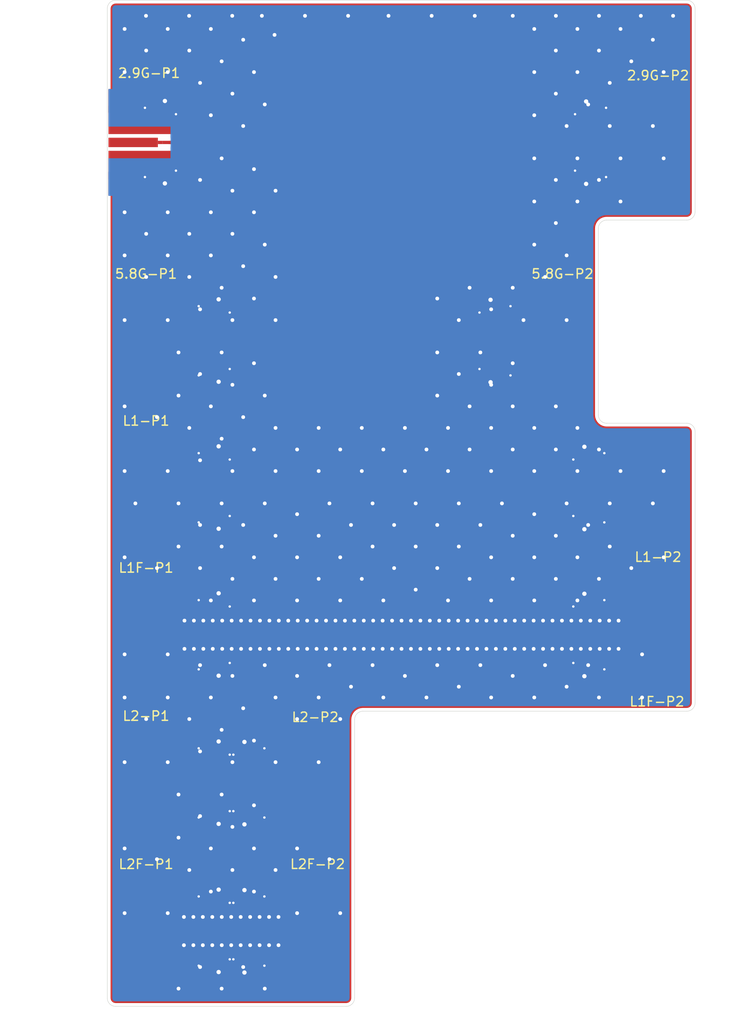
<source format=kicad_pcb>
(kicad_pcb (version 20171130) (host pcbnew "(5.1.4-0-10_14)")
  (layers (0 F.Cu signal) (1 In1.Cu power) (2 In2.Cu power) (31 B.Cu signal) (34 B.Paste user) (35 F.Paste user) (36 B.SilkS user) (37 F.SilkS user) (38 B.Mask user) (39 F.Mask user) (44 Edge.Cuts user))
  (net 0 "")
  (net 1 "Net-(FL1-Pad2)")
  (net 2 "Net-(FL1-Pad1)")
  (net 3 "Net-(FL2-Pad1)")
  (net 4 GND)
  (net 5 "Net-(J3-Pad1)")
  (net 6 "Net-(J10-Pad1)")
  (net 7 "Net-(J11-Pad1)")
  (net 8 "Net-(J12-Pad1)")
  (net 9 "Net-(FL2-Pad2)")
  (module aps_radar_lib:SMA_Molex_Transition (layer F.Cu) (at 63.373 53.34)
    (fp_text reference J2 hide)
    (fp_text value 2.9G-P1 (at 4.318 -7.366) (layer F.SilkS))
    (pad 2 thru_hole rect (at 7.17225 3) (size 1.1555 5) (drill 0.254) (layers *.Cu) (net 4 GND))
    (pad 2 thru_hole rect (at 7.17225 -3) (size 1.1555 5) (drill 0.254) (layers *.Cu) (net 4 GND))
    (pad 2 thru_hole rect (at 3.875 3.679306) (size 7.75 4) (drill 0.254) (layers *.Cu) (net 4 GND))
    (pad 2 thru_hole rect (at 3.875 -3.679306) (size 7.75 4) (drill 0.254) (layers *.Cu) (net 4 GND))
    (pad 2 smd rect (at 2.54 4.355) (size 5.08 2.42) (layers B.Cu B.Mask) (net 4 GND))
    (pad 2 smd rect (at 3.875 -4.355) (size 7.75 2.525) (layers F.Cu) (net 4 GND))
    (pad 2 smd rect (at 3.471 -2.38833) (size 6.942 3) (layers F.Cu) (net 4 GND))
    (pad 2 smd rect (at 3.471 2.38833) (size 6.942 3) (layers F.Cu) (net 4 GND))
    (pad 1 smd rect (at 7.5 0) (size 0.5 0.35) (layers F.Cu F.Mask) (net 3 "Net-(FL2-Pad1)"))
    (pad ~ smd rect (at 6.5 0) (size 1.5 0.35) (layers F.Cu F.Mask) (net 3 "Net-(FL2-Pad1)"))
    (pad ~ smd rect (at 5.5 0) (size 0.5 0.35) (layers F.Cu) (net 3 "Net-(FL2-Pad1)"))
    (pad ~ smd rect (at 2.625 0) (size 5.25 1) (layers F.Cu F.Mask) (net 3 "Net-(FL2-Pad1)"))
    (pad 2 thru_hole circle (at 5.995 4.355) (size 0.97 0.97) (drill 0.46) (layers *.Cu) (net 4 GND))
    (pad 2 thru_hole circle (at 5.995 -4.405) (size 0.97 0.97) (drill 0.46) (layers *.Cu) (net 4 GND))
    (pad 2 smd rect (at 3.875 4.355) (size 7.75 2.42) (layers B.Cu) (net 4 GND))
    (pad 2 smd rect (at 2.54 -4.405) (size 5.08 2.42) (layers B.Cu B.Mask) (net 4 GND))
    (pad 2 smd rect (at 3.875 4.355) (size 7.75 2.525) (layers F.Cu) (net 4 GND))
    (pad 2 smd rect (at 2.54 -4.405) (size 5.08 2.42) (layers F.Cu F.Mask) (net 4 GND))
  )
  (module aps_radar_lib:SMA_Molex_Transition (layer F.Cu) (at 69.088 137.16)
    (fp_text reference J6 hide)
    (fp_text value L2F-P1 (at -1.72 -7.11) (layer F.SilkS))
    (pad 2 thru_hole rect (at 7.17225 3) (size 1.1555 5) (drill 0.254) (layers *.Cu) (net 4 GND))
    (pad 2 thru_hole rect (at 7.17225 -3) (size 1.1555 5) (drill 0.254) (layers *.Cu) (net 4 GND))
    (pad 2 thru_hole rect (at 3.875 3.679306) (size 7.75 4) (drill 0.254) (layers *.Cu) (net 4 GND))
    (pad 2 thru_hole rect (at 3.875 -3.679306) (size 7.75 4) (drill 0.254) (layers *.Cu) (net 4 GND))
    (pad 2 smd rect (at 2.54 4.355) (size 5.08 2.42) (layers B.Cu B.Mask) (net 4 GND))
    (pad 2 smd rect (at 3.875 -4.355) (size 7.75 2.525) (layers F.Cu) (net 4 GND))
    (pad 2 smd rect (at 3.471 -2.38833) (size 6.942 3) (layers F.Cu) (net 4 GND))
    (pad 2 smd rect (at 3.471 2.38833) (size 6.942 3) (layers F.Cu) (net 4 GND))
    (pad 1 smd rect (at 7.5 0) (size 0.5 0.35) (layers F.Cu F.Mask) (net 8 "Net-(J12-Pad1)"))
    (pad ~ smd rect (at 6.5 0) (size 1.5 0.35) (layers F.Cu F.Mask))
    (pad ~ smd rect (at 5.5 0) (size 0.5 0.35) (layers F.Cu))
    (pad ~ smd rect (at 2.625 0) (size 5.25 1) (layers F.Cu F.Mask))
    (pad 2 thru_hole circle (at 5.995 4.355) (size 0.97 0.97) (drill 0.46) (layers *.Cu) (net 4 GND))
    (pad 2 thru_hole circle (at 5.995 -4.405) (size 0.97 0.97) (drill 0.46) (layers *.Cu) (net 4 GND))
    (pad 2 smd rect (at 3.875 4.355) (size 7.75 2.42) (layers B.Cu) (net 4 GND))
    (pad 2 smd rect (at 2.54 -4.405) (size 5.08 2.42) (layers B.Cu B.Mask) (net 4 GND))
    (pad 2 smd rect (at 3.875 4.355) (size 7.75 2.525) (layers F.Cu) (net 4 GND))
    (pad 2 smd rect (at 2.54 -4.405) (size 5.08 2.42) (layers F.Cu F.Mask) (net 4 GND))
  )
  (module aps_radar_lib:SMA_Molex_Transition (layer F.Cu) (at 83.82 137.16 180)
    (fp_text reference J12 hide)
    (fp_text value L2F-P2 (at -1.778 7.112) (layer F.SilkS))
    (pad 2 thru_hole rect (at 7.17225 3 180) (size 1.1555 5) (drill 0.254) (layers *.Cu) (net 4 GND))
    (pad 2 thru_hole rect (at 7.17225 -3 180) (size 1.1555 5) (drill 0.254) (layers *.Cu) (net 4 GND))
    (pad 2 thru_hole rect (at 3.875 3.679306 180) (size 7.75 4) (drill 0.254) (layers *.Cu) (net 4 GND))
    (pad 2 thru_hole rect (at 3.875 -3.679306 180) (size 7.75 4) (drill 0.254) (layers *.Cu) (net 4 GND))
    (pad 2 smd rect (at 2.54 4.355 180) (size 5.08 2.42) (layers B.Cu B.Mask) (net 4 GND))
    (pad 2 smd rect (at 3.875 -4.355 180) (size 7.75 2.525) (layers F.Cu) (net 4 GND))
    (pad 2 smd rect (at 3.471 -2.38833 180) (size 6.942 3) (layers F.Cu) (net 4 GND))
    (pad 2 smd rect (at 3.471 2.38833 180) (size 6.942 3) (layers F.Cu) (net 4 GND))
    (pad 1 smd rect (at 7.5 0 180) (size 0.5 0.35) (layers F.Cu F.Mask) (net 8 "Net-(J12-Pad1)"))
    (pad ~ smd rect (at 6.5 0 180) (size 1.5 0.35) (layers F.Cu F.Mask))
    (pad ~ smd rect (at 5.5 0 180) (size 0.5 0.35) (layers F.Cu))
    (pad ~ smd rect (at 2.625 0 180) (size 5.25 1) (layers F.Cu F.Mask))
    (pad 2 thru_hole circle (at 5.995 4.355 180) (size 0.97 0.97) (drill 0.46) (layers *.Cu) (net 4 GND))
    (pad 2 thru_hole circle (at 5.995 -4.405 180) (size 0.97 0.97) (drill 0.46) (layers *.Cu) (net 4 GND))
    (pad 2 smd rect (at 3.875 4.355 180) (size 7.75 2.42) (layers B.Cu) (net 4 GND))
    (pad 2 smd rect (at 2.54 -4.405 180) (size 5.08 2.42) (layers B.Cu B.Mask) (net 4 GND))
    (pad 2 smd rect (at 3.875 4.355 180) (size 7.75 2.525) (layers F.Cu) (net 4 GND))
    (pad 2 smd rect (at 2.54 -4.405 180) (size 5.08 2.42) (layers F.Cu F.Mask) (net 4 GND))
  )
  (module aps_radar_lib:SMA_Molex_Transition (layer F.Cu) (at 119.957 105.664 180)
    (fp_text reference J11 hide)
    (fp_text value L1F-P2 (at -1.72 -7.11) (layer F.SilkS))
    (pad 2 thru_hole rect (at 7.17225 3 180) (size 1.1555 5) (drill 0.254) (layers *.Cu) (net 4 GND))
    (pad 2 thru_hole rect (at 7.17225 -3 180) (size 1.1555 5) (drill 0.254) (layers *.Cu) (net 4 GND))
    (pad 2 thru_hole rect (at 3.875 3.679306 180) (size 7.75 4) (drill 0.254) (layers *.Cu) (net 4 GND))
    (pad 2 thru_hole rect (at 3.875 -3.679306 180) (size 7.75 4) (drill 0.254) (layers *.Cu) (net 4 GND))
    (pad 2 smd rect (at 2.54 4.355 180) (size 5.08 2.42) (layers B.Cu B.Mask) (net 4 GND))
    (pad 2 smd rect (at 3.875 -4.355 180) (size 7.75 2.525) (layers F.Cu) (net 4 GND))
    (pad 2 smd rect (at 3.471 -2.38833 180) (size 6.942 3) (layers F.Cu) (net 4 GND))
    (pad 2 smd rect (at 3.471 2.38833 180) (size 6.942 3) (layers F.Cu) (net 4 GND))
    (pad 1 smd rect (at 7.5 0 180) (size 0.5 0.35) (layers F.Cu F.Mask) (net 7 "Net-(J11-Pad1)"))
    (pad ~ smd rect (at 6.5 0 180) (size 1.5 0.35) (layers F.Cu F.Mask))
    (pad ~ smd rect (at 5.5 0 180) (size 0.5 0.35) (layers F.Cu))
    (pad ~ smd rect (at 2.625 0 180) (size 5.25 1) (layers F.Cu F.Mask))
    (pad 2 thru_hole circle (at 5.995 4.355 180) (size 0.97 0.97) (drill 0.46) (layers *.Cu) (net 4 GND))
    (pad 2 thru_hole circle (at 5.995 -4.405 180) (size 0.97 0.97) (drill 0.46) (layers *.Cu) (net 4 GND))
    (pad 2 smd rect (at 3.875 4.355 180) (size 7.75 2.42) (layers B.Cu) (net 4 GND))
    (pad 2 smd rect (at 2.54 -4.405 180) (size 5.08 2.42) (layers B.Cu B.Mask) (net 4 GND))
    (pad 2 smd rect (at 3.875 4.355 180) (size 7.75 2.525) (layers F.Cu) (net 4 GND))
    (pad 2 smd rect (at 2.54 -4.405 180) (size 5.08 2.42) (layers F.Cu F.Mask) (net 4 GND))
  )
  (module aps_radar_lib:SMA_Molex_Transition (layer F.Cu) (at 83.82 121.412 180)
    (fp_text reference J10 hide)
    (fp_text value L2-P2 (at -1.524 6.985) (layer F.SilkS))
    (pad 2 thru_hole rect (at 7.17225 3 180) (size 1.1555 5) (drill 0.254) (layers *.Cu) (net 4 GND))
    (pad 2 thru_hole rect (at 7.17225 -3 180) (size 1.1555 5) (drill 0.254) (layers *.Cu) (net 4 GND))
    (pad 2 thru_hole rect (at 3.875 3.679306 180) (size 7.75 4) (drill 0.254) (layers *.Cu) (net 4 GND))
    (pad 2 thru_hole rect (at 3.875 -3.679306 180) (size 7.75 4) (drill 0.254) (layers *.Cu) (net 4 GND))
    (pad 2 smd rect (at 2.54 4.355 180) (size 5.08 2.42) (layers B.Cu B.Mask) (net 4 GND))
    (pad 2 smd rect (at 3.875 -4.355 180) (size 7.75 2.525) (layers F.Cu) (net 4 GND))
    (pad 2 smd rect (at 3.471 -2.38833 180) (size 6.942 3) (layers F.Cu) (net 4 GND))
    (pad 2 smd rect (at 3.471 2.38833 180) (size 6.942 3) (layers F.Cu) (net 4 GND))
    (pad 1 smd rect (at 7.5 0 180) (size 0.5 0.35) (layers F.Cu F.Mask) (net 6 "Net-(J10-Pad1)"))
    (pad ~ smd rect (at 6.5 0 180) (size 1.5 0.35) (layers F.Cu F.Mask))
    (pad ~ smd rect (at 5.5 0 180) (size 0.5 0.35) (layers F.Cu))
    (pad ~ smd rect (at 2.625 0 180) (size 5.25 1) (layers F.Cu F.Mask))
    (pad 2 thru_hole circle (at 5.995 4.355 180) (size 0.97 0.97) (drill 0.46) (layers *.Cu) (net 4 GND))
    (pad 2 thru_hole circle (at 5.995 -4.405 180) (size 0.97 0.97) (drill 0.46) (layers *.Cu) (net 4 GND))
    (pad 2 smd rect (at 3.875 4.355 180) (size 7.75 2.42) (layers B.Cu) (net 4 GND))
    (pad 2 smd rect (at 2.54 -4.405 180) (size 5.08 2.42) (layers B.Cu B.Mask) (net 4 GND))
    (pad 2 smd rect (at 3.875 4.355 180) (size 7.75 2.525) (layers F.Cu) (net 4 GND))
    (pad 2 smd rect (at 2.54 -4.405 180) (size 5.08 2.42) (layers F.Cu F.Mask) (net 4 GND))
  )
  (module aps_radar_lib:SMA_Molex_Transition (layer F.Cu) (at 119.957 90.043 180)
    (fp_text reference J9 hide)
    (fp_text value L1-P2 (at -1.836 -7.366 180) (layer F.SilkS))
    (pad 2 thru_hole rect (at 7.17225 3 180) (size 1.1555 5) (drill 0.254) (layers *.Cu) (net 4 GND))
    (pad 2 thru_hole rect (at 7.17225 -3 180) (size 1.1555 5) (drill 0.254) (layers *.Cu) (net 4 GND))
    (pad 2 thru_hole rect (at 3.875 3.679306 180) (size 7.75 4) (drill 0.254) (layers *.Cu) (net 4 GND))
    (pad 2 thru_hole rect (at 3.875 -3.679306 180) (size 7.75 4) (drill 0.254) (layers *.Cu) (net 4 GND))
    (pad 2 smd rect (at 2.54 4.355 180) (size 5.08 2.42) (layers B.Cu B.Mask) (net 4 GND))
    (pad 2 smd rect (at 3.875 -4.355 180) (size 7.75 2.525) (layers F.Cu) (net 4 GND))
    (pad 2 smd rect (at 3.471 -2.38833 180) (size 6.942 3) (layers F.Cu) (net 4 GND))
    (pad 2 smd rect (at 3.471 2.38833 180) (size 6.942 3) (layers F.Cu) (net 4 GND))
    (pad 1 smd rect (at 7.5 0 180) (size 0.5 0.35) (layers F.Cu F.Mask) (net 5 "Net-(J3-Pad1)"))
    (pad ~ smd rect (at 6.5 0 180) (size 1.5 0.35) (layers F.Cu F.Mask))
    (pad ~ smd rect (at 5.5 0 180) (size 0.5 0.35) (layers F.Cu))
    (pad ~ smd rect (at 2.625 0 180) (size 5.25 1) (layers F.Cu F.Mask))
    (pad 2 thru_hole circle (at 5.995 4.355 180) (size 0.97 0.97) (drill 0.46) (layers *.Cu) (net 4 GND))
    (pad 2 thru_hole circle (at 5.995 -4.405 180) (size 0.97 0.97) (drill 0.46) (layers *.Cu) (net 4 GND))
    (pad 2 smd rect (at 3.875 4.355 180) (size 7.75 2.42) (layers B.Cu) (net 4 GND))
    (pad 2 smd rect (at 2.54 -4.405 180) (size 5.08 2.42) (layers B.Cu B.Mask) (net 4 GND))
    (pad 2 smd rect (at 3.875 4.355 180) (size 7.75 2.525) (layers F.Cu) (net 4 GND))
    (pad 2 smd rect (at 2.54 -4.405 180) (size 5.08 2.42) (layers F.Cu F.Mask) (net 4 GND))
  )
  (module aps_radar_lib:SMA_Molex_Transition (layer F.Cu) (at 120.142 53.34 180)
    (fp_text reference J8 hide)
    (fp_text value 2.9G-P2 (at -1.651 7.112) (layer F.SilkS))
    (pad 2 thru_hole rect (at 7.17225 3 180) (size 1.1555 5) (drill 0.254) (layers *.Cu) (net 4 GND))
    (pad 2 thru_hole rect (at 7.17225 -3 180) (size 1.1555 5) (drill 0.254) (layers *.Cu) (net 4 GND))
    (pad 2 thru_hole rect (at 3.875 3.679306 180) (size 7.75 4) (drill 0.254) (layers *.Cu) (net 4 GND))
    (pad 2 thru_hole rect (at 3.875 -3.679306 180) (size 7.75 4) (drill 0.254) (layers *.Cu) (net 4 GND))
    (pad 2 smd rect (at 2.54 4.355 180) (size 5.08 2.42) (layers B.Cu B.Mask) (net 4 GND))
    (pad 2 smd rect (at 3.875 -4.355 180) (size 7.75 2.525) (layers F.Cu) (net 4 GND))
    (pad 2 smd rect (at 3.471 -2.38833 180) (size 6.942 3) (layers F.Cu) (net 4 GND))
    (pad 2 smd rect (at 3.471 2.38833 180) (size 6.942 3) (layers F.Cu) (net 4 GND))
    (pad 1 smd rect (at 7.5 0 180) (size 0.5 0.35) (layers F.Cu F.Mask) (net 9 "Net-(FL2-Pad2)"))
    (pad ~ smd rect (at 6.5 0 180) (size 1.5 0.35) (layers F.Cu F.Mask))
    (pad ~ smd rect (at 5.5 0 180) (size 0.5 0.35) (layers F.Cu))
    (pad ~ smd rect (at 2.625 0 180) (size 5.25 1) (layers F.Cu F.Mask))
    (pad 2 thru_hole circle (at 5.995 4.355 180) (size 0.97 0.97) (drill 0.46) (layers *.Cu) (net 4 GND))
    (pad 2 thru_hole circle (at 5.995 -4.405 180) (size 0.97 0.97) (drill 0.46) (layers *.Cu) (net 4 GND))
    (pad 2 smd rect (at 3.875 4.355 180) (size 7.75 2.42) (layers B.Cu) (net 4 GND))
    (pad 2 smd rect (at 2.54 -4.405 180) (size 5.08 2.42) (layers B.Cu B.Mask) (net 4 GND))
    (pad 2 smd rect (at 3.875 4.355 180) (size 7.75 2.525) (layers F.Cu) (net 4 GND))
    (pad 2 smd rect (at 2.54 -4.405 180) (size 5.08 2.42) (layers F.Cu F.Mask) (net 4 GND))
  )
  (module aps_radar_lib:SMA_Molex_Transition (layer F.Cu) (at 109.982 74.422 180)
    (fp_text reference J7 hide)
    (fp_text value 5.8G-P2 (at -1.651 7.112) (layer F.SilkS))
    (pad 2 thru_hole rect (at 7.17225 3 180) (size 1.1555 5) (drill 0.254) (layers *.Cu) (net 4 GND))
    (pad 2 thru_hole rect (at 7.17225 -3 180) (size 1.1555 5) (drill 0.254) (layers *.Cu) (net 4 GND))
    (pad 2 thru_hole rect (at 3.875 3.679306 180) (size 7.75 4) (drill 0.254) (layers *.Cu) (net 4 GND))
    (pad 2 thru_hole rect (at 3.875 -3.679306 180) (size 7.75 4) (drill 0.254) (layers *.Cu) (net 4 GND))
    (pad 2 smd rect (at 2.54 4.355 180) (size 5.08 2.42) (layers B.Cu B.Mask) (net 4 GND))
    (pad 2 smd rect (at 3.875 -4.355 180) (size 7.75 2.525) (layers F.Cu) (net 4 GND))
    (pad 2 smd rect (at 3.471 -2.38833 180) (size 6.942 3) (layers F.Cu) (net 4 GND))
    (pad 2 smd rect (at 3.471 2.38833 180) (size 6.942 3) (layers F.Cu) (net 4 GND))
    (pad 1 smd rect (at 7.5 0 180) (size 0.5 0.35) (layers F.Cu F.Mask) (net 1 "Net-(FL1-Pad2)"))
    (pad ~ smd rect (at 6.5 0 180) (size 1.5 0.35) (layers F.Cu F.Mask))
    (pad ~ smd rect (at 5.5 0 180) (size 0.5 0.35) (layers F.Cu))
    (pad ~ smd rect (at 2.625 0 180) (size 5.25 1) (layers F.Cu F.Mask))
    (pad 2 thru_hole circle (at 5.995 4.355 180) (size 0.97 0.97) (drill 0.46) (layers *.Cu) (net 4 GND))
    (pad 2 thru_hole circle (at 5.995 -4.405 180) (size 0.97 0.97) (drill 0.46) (layers *.Cu) (net 4 GND))
    (pad 2 smd rect (at 3.875 4.355 180) (size 7.75 2.42) (layers B.Cu) (net 4 GND))
    (pad 2 smd rect (at 2.54 -4.405 180) (size 5.08 2.42) (layers B.Cu B.Mask) (net 4 GND))
    (pad 2 smd rect (at 3.875 4.355 180) (size 7.75 2.525) (layers F.Cu) (net 4 GND))
    (pad 2 smd rect (at 2.54 -4.405 180) (size 5.08 2.42) (layers F.Cu F.Mask) (net 4 GND))
  )
  (module aps_radar_lib:SMA_Molex_Transition (layer F.Cu) (at 69.088 105.664)
    (fp_text reference J5 hide)
    (fp_text value L1F-P1 (at -1.72 -7.11) (layer F.SilkS))
    (pad 2 thru_hole rect (at 7.17225 3) (size 1.1555 5) (drill 0.254) (layers *.Cu) (net 4 GND))
    (pad 2 thru_hole rect (at 7.17225 -3) (size 1.1555 5) (drill 0.254) (layers *.Cu) (net 4 GND))
    (pad 2 thru_hole rect (at 3.875 3.679306) (size 7.75 4) (drill 0.254) (layers *.Cu) (net 4 GND))
    (pad 2 thru_hole rect (at 3.875 -3.679306) (size 7.75 4) (drill 0.254) (layers *.Cu) (net 4 GND))
    (pad 2 smd rect (at 2.54 4.355) (size 5.08 2.42) (layers B.Cu B.Mask) (net 4 GND))
    (pad 2 smd rect (at 3.875 -4.355) (size 7.75 2.525) (layers F.Cu) (net 4 GND))
    (pad 2 smd rect (at 3.471 -2.38833) (size 6.942 3) (layers F.Cu) (net 4 GND))
    (pad 2 smd rect (at 3.471 2.38833) (size 6.942 3) (layers F.Cu) (net 4 GND))
    (pad 1 smd rect (at 7.5 0) (size 0.5 0.35) (layers F.Cu F.Mask) (net 7 "Net-(J11-Pad1)"))
    (pad ~ smd rect (at 6.5 0) (size 1.5 0.35) (layers F.Cu F.Mask))
    (pad ~ smd rect (at 5.5 0) (size 0.5 0.35) (layers F.Cu))
    (pad ~ smd rect (at 2.625 0) (size 5.25 1) (layers F.Cu F.Mask))
    (pad 2 thru_hole circle (at 5.995 4.355) (size 0.97 0.97) (drill 0.46) (layers *.Cu) (net 4 GND))
    (pad 2 thru_hole circle (at 5.995 -4.405) (size 0.97 0.97) (drill 0.46) (layers *.Cu) (net 4 GND))
    (pad 2 smd rect (at 3.875 4.355) (size 7.75 2.42) (layers B.Cu) (net 4 GND))
    (pad 2 smd rect (at 2.54 -4.405) (size 5.08 2.42) (layers B.Cu B.Mask) (net 4 GND))
    (pad 2 smd rect (at 3.875 4.355) (size 7.75 2.525) (layers F.Cu) (net 4 GND))
    (pad 2 smd rect (at 2.54 -4.405) (size 5.08 2.42) (layers F.Cu F.Mask) (net 4 GND))
  )
  (module aps_radar_lib:SMA_Molex_Transition (layer F.Cu) (at 69.088 121.412)
    (fp_text reference J4 hide)
    (fp_text value L2-P1 (at -1.72 -7.11) (layer F.SilkS))
    (pad 2 thru_hole rect (at 7.17225 3) (size 1.1555 5) (drill 0.254) (layers *.Cu) (net 4 GND))
    (pad 2 thru_hole rect (at 7.17225 -3) (size 1.1555 5) (drill 0.254) (layers *.Cu) (net 4 GND))
    (pad 2 thru_hole rect (at 3.875 3.679306) (size 7.75 4) (drill 0.254) (layers *.Cu) (net 4 GND))
    (pad 2 thru_hole rect (at 3.875 -3.679306) (size 7.75 4) (drill 0.254) (layers *.Cu) (net 4 GND))
    (pad 2 smd rect (at 2.54 4.355) (size 5.08 2.42) (layers B.Cu B.Mask) (net 4 GND))
    (pad 2 smd rect (at 3.875 -4.355) (size 7.75 2.525) (layers F.Cu) (net 4 GND))
    (pad 2 smd rect (at 3.471 -2.38833) (size 6.942 3) (layers F.Cu) (net 4 GND))
    (pad 2 smd rect (at 3.471 2.38833) (size 6.942 3) (layers F.Cu) (net 4 GND))
    (pad 1 smd rect (at 7.5 0) (size 0.5 0.35) (layers F.Cu F.Mask) (net 6 "Net-(J10-Pad1)"))
    (pad ~ smd rect (at 6.5 0) (size 1.5 0.35) (layers F.Cu F.Mask))
    (pad ~ smd rect (at 5.5 0) (size 0.5 0.35) (layers F.Cu))
    (pad ~ smd rect (at 2.625 0) (size 5.25 1) (layers F.Cu F.Mask))
    (pad 2 thru_hole circle (at 5.995 4.355) (size 0.97 0.97) (drill 0.46) (layers *.Cu) (net 4 GND))
    (pad 2 thru_hole circle (at 5.995 -4.405) (size 0.97 0.97) (drill 0.46) (layers *.Cu) (net 4 GND))
    (pad 2 smd rect (at 3.875 4.355) (size 7.75 2.42) (layers B.Cu) (net 4 GND))
    (pad 2 smd rect (at 2.54 -4.405) (size 5.08 2.42) (layers B.Cu B.Mask) (net 4 GND))
    (pad 2 smd rect (at 3.875 4.355) (size 7.75 2.525) (layers F.Cu) (net 4 GND))
    (pad 2 smd rect (at 2.54 -4.405) (size 5.08 2.42) (layers F.Cu F.Mask) (net 4 GND))
  )
  (module aps_radar_lib:SMA_Molex_Transition (layer F.Cu) (at 69.088 90.043)
    (fp_text reference J3 hide)
    (fp_text value L1-P1 (at -1.72 -7.11) (layer F.SilkS))
    (pad 2 thru_hole rect (at 7.17225 3) (size 1.1555 5) (drill 0.254) (layers *.Cu) (net 4 GND))
    (pad 2 thru_hole rect (at 7.17225 -3) (size 1.1555 5) (drill 0.254) (layers *.Cu) (net 4 GND))
    (pad 2 thru_hole rect (at 3.875 3.679306) (size 7.75 4) (drill 0.254) (layers *.Cu) (net 4 GND))
    (pad 2 thru_hole rect (at 3.875 -3.679306) (size 7.75 4) (drill 0.254) (layers *.Cu) (net 4 GND))
    (pad 2 smd rect (at 2.54 4.355) (size 5.08 2.42) (layers B.Cu B.Mask) (net 4 GND))
    (pad 2 smd rect (at 3.875 -4.355) (size 7.75 2.525) (layers F.Cu) (net 4 GND))
    (pad 2 smd rect (at 3.471 -2.38833) (size 6.942 3) (layers F.Cu) (net 4 GND))
    (pad 2 smd rect (at 3.471 2.38833) (size 6.942 3) (layers F.Cu) (net 4 GND))
    (pad 1 smd rect (at 7.5 0) (size 0.5 0.35) (layers F.Cu F.Mask) (net 5 "Net-(J3-Pad1)"))
    (pad ~ smd rect (at 6.5 0) (size 1.5 0.35) (layers F.Cu F.Mask))
    (pad ~ smd rect (at 5.5 0) (size 0.5 0.35) (layers F.Cu))
    (pad ~ smd rect (at 2.625 0) (size 5.25 1) (layers F.Cu F.Mask))
    (pad 2 thru_hole circle (at 5.995 4.355) (size 0.97 0.97) (drill 0.46) (layers *.Cu) (net 4 GND))
    (pad 2 thru_hole circle (at 5.995 -4.405) (size 0.97 0.97) (drill 0.46) (layers *.Cu) (net 4 GND))
    (pad 2 smd rect (at 3.875 4.355) (size 7.75 2.42) (layers B.Cu) (net 4 GND))
    (pad 2 smd rect (at 2.54 -4.405) (size 5.08 2.42) (layers B.Cu B.Mask) (net 4 GND))
    (pad 2 smd rect (at 3.875 4.355) (size 7.75 2.525) (layers F.Cu) (net 4 GND))
    (pad 2 smd rect (at 2.54 -4.405) (size 5.08 2.42) (layers F.Cu F.Mask) (net 4 GND))
  )
  (module aps_radar_lib:SMA_Molex_Transition (layer F.Cu) (at 69.088 74.422)
    (fp_text reference J1 hide)
    (fp_text value 5.8G-P1 (at -1.72 -7.11) (layer F.SilkS))
    (pad 2 thru_hole rect (at 7.17225 3) (size 1.1555 5) (drill 0.254) (layers *.Cu) (net 4 GND))
    (pad 2 thru_hole rect (at 7.17225 -3) (size 1.1555 5) (drill 0.254) (layers *.Cu) (net 4 GND))
    (pad 2 thru_hole rect (at 3.875 3.679306) (size 7.75 4) (drill 0.254) (layers *.Cu) (net 4 GND))
    (pad 2 thru_hole rect (at 3.875 -3.679306) (size 7.75 4) (drill 0.254) (layers *.Cu) (net 4 GND))
    (pad 2 smd rect (at 2.54 4.355) (size 5.08 2.42) (layers B.Cu B.Mask) (net 4 GND))
    (pad 2 smd rect (at 3.875 -4.355) (size 7.75 2.525) (layers F.Cu) (net 4 GND))
    (pad 2 smd rect (at 3.471 -2.38833) (size 6.942 3) (layers F.Cu) (net 4 GND))
    (pad 2 smd rect (at 3.471 2.38833) (size 6.942 3) (layers F.Cu) (net 4 GND))
    (pad 1 smd rect (at 7.5 0) (size 0.5 0.35) (layers F.Cu F.Mask) (net 2 "Net-(FL1-Pad1)"))
    (pad ~ smd rect (at 6.5 0) (size 1.5 0.35) (layers F.Cu F.Mask))
    (pad ~ smd rect (at 5.5 0) (size 0.5 0.35) (layers F.Cu))
    (pad ~ smd rect (at 2.625 0) (size 5.25 1) (layers F.Cu F.Mask))
    (pad 2 thru_hole circle (at 5.995 4.355) (size 0.97 0.97) (drill 0.46) (layers *.Cu) (net 4 GND))
    (pad 2 thru_hole circle (at 5.995 -4.405) (size 0.97 0.97) (drill 0.46) (layers *.Cu) (net 4 GND))
    (pad 2 smd rect (at 3.875 4.355) (size 7.75 2.42) (layers B.Cu) (net 4 GND))
    (pad 2 smd rect (at 2.54 -4.405) (size 5.08 2.42) (layers B.Cu B.Mask) (net 4 GND))
    (pad 2 smd rect (at 3.875 4.355) (size 7.75 2.525) (layers F.Cu) (net 4 GND))
    (pad 2 smd rect (at 2.54 -4.405) (size 5.08 2.42) (layers F.Cu F.Mask) (net 4 GND))
  )
  (module aps_radar_lib:2.9G_ring_resonator_2mm (layer F.Cu) (at 94.615 53.34)
    (fp_text reference FL2 hide)
    (fp_text value 2.9GHz hide)
    (fp_poly (pts (xy 9.793216 -4.05317) (xy 9.794568 -4.050448) (xy 9.797574 -4.043545) (xy 9.802013 -4.033001) (xy 9.807665 -4.019357) (xy 9.814311 -4.003154) (xy 9.821729 -3.984933) (xy 9.829699 -3.965233) (xy 9.838002 -3.944596) (xy 9.846417 -3.923562) (xy 9.854723 -3.902672) (xy 9.860731 -3.88747) (xy 9.943632 -3.670184) (xy 10.021675 -3.451438) (xy 10.094845 -3.231293) (xy 10.163129 -3.009808) (xy 10.226515 -2.787044) (xy 10.284987 -2.563063) (xy 10.338534 -2.337924) (xy 10.387143 -2.111687) (xy 10.430798 -1.884414) (xy 10.469489 -1.656165) (xy 10.5032 -1.427001) (xy 10.53192 -1.196981) (xy 10.555633 -0.966167) (xy 10.574329 -0.734618) (xy 10.582827 -0.60071) (xy 10.584646 -0.567713) (xy 10.586428 -0.533168) (xy 10.588149 -0.497692) (xy 10.589784 -0.461905) (xy 10.59131 -0.426422) (xy 10.592701 -0.391863) (xy 10.593933 -0.358845) (xy 10.594983 -0.327986) (xy 10.595827 -0.299904) (xy 10.596439 -0.275216) (xy 10.596795 -0.25454) (xy 10.59688 -0.24257) (xy 10.597015 -0.227814) (xy 10.597357 -0.213176) (xy 10.597857 -0.200252) (xy 10.598465 -0.190639) (xy 10.598535 -0.189865) (xy 10.600154 -0.17272) (xy 12.14374 -0.17272) (xy 12.14374 0.17526) (xy 10.600154 0.17526) (xy 10.598535 0.192405) (xy 10.597919 0.201565) (xy 10.597405 0.214208) (xy 10.597043 0.228738) (xy 10.596883 0.243558) (xy 10.59688 0.24511) (xy 10.596721 0.262541) (xy 10.596289 0.284426) (xy 10.595608 0.310147) (xy 10.594704 0.339085) (xy 10.593599 0.370624) (xy 10.592318 0.404146) (xy 10.590887 0.439031) (xy 10.589327 0.474664) (xy 10.587665 0.510425) (xy 10.585924 0.545698) (xy 10.584129 0.579864) (xy 10.582827 0.60325) (xy 10.567131 0.83369) (xy 10.546425 1.063663) (xy 10.520733 1.293058) (xy 10.49008 1.521765) (xy 10.454491 1.749675) (xy 10.413991 1.976679) (xy 10.368603 2.202666) (xy 10.318354 2.427526) (xy 10.263268 2.651151) (xy 10.203368 2.873431) (xy 10.138681 3.094255) (xy 10.069231 3.313515) (xy 9.995043 3.5311) (xy 9.916141 3.746901) (xy 9.83255 3.960808) (xy 9.816955 3.99923) (xy 9.810782 4.014356) (xy 9.805223 4.027986) (xy 9.800576 4.039384) (xy 9.797143 4.047816) (xy 9.795222 4.052546) (xy 9.794957 4.053205) (xy 9.791991 4.055969) (xy 9.790793 4.056104) (xy 9.788008 4.055105) (xy 9.780928 4.052313) (xy 9.769948 4.047889) (xy 9.755462 4.041994) (xy 9.737863 4.03479) (xy 9.717546 4.026439) (xy 9.694904 4.017102) (xy 9.670333 4.00694) (xy 9.644225 3.996115) (xy 9.63168 3.990904) (xy 9.605048 3.97983) (xy 9.579819 3.96933) (xy 9.556381 3.959565) (xy 9.535123 3.950698) (xy 9.516431 3.942891) (xy 9.500695 3.936306) (xy 9.488302 3.931104) (xy 9.47964 3.92745) (xy 9.475098 3.925503) (xy 9.474496 3.925224) (xy 9.475156 3.922771) (xy 9.477513 3.916238) (xy 9.481327 3.906242) (xy 9.486359 3.893401) (xy 9.49237 3.87833) (xy 9.499122 3.861648) (xy 9.499174 3.861519) (xy 9.581607 3.652529) (xy 9.659445 3.441448) (xy 9.732653 3.228422) (xy 9.801196 3.013599) (xy 9.86504 2.797127) (xy 9.924148 2.579154) (xy 9.978487 2.359825) (xy 10.028022 2.13929) (xy 10.072716 1.917696) (xy 10.112536 1.695189) (xy 10.147447 1.471919) (xy 10.177412 1.248031) (xy 10.202398 1.023674) (xy 10.220785 0.81915) (xy 10.227443 0.731768) (xy 10.233227 0.647422) (xy 10.238175 0.56518) (xy 10.242322 0.484109) (xy 10.245704 0.403277) (xy 10.248357 0.321752) (xy 10.250317 0.238601) (xy 10.251621 0.152893) (xy 10.252304 0.063696) (xy 10.252433 0.00127) (xy 10.252147 -0.0908) (xy 10.251264 -0.178753) (xy 10.24975 -0.263521) (xy 10.247566 -0.346036) (xy 10.244679 -0.427232) (xy 10.24105 -0.508039) (xy 10.236645 -0.589391) (xy 10.231427 -0.672219) (xy 10.225361 -0.757456) (xy 10.220785 -0.81661) (xy 10.200363 -1.041253) (xy 10.174931 -1.265562) (xy 10.144522 -1.48939) (xy 10.109171 -1.712589) (xy 10.068915 -1.935012) (xy 10.023787 -2.156511) (xy 9.973823 -2.376938) (xy 9.919058 -2.596144) (xy 9.859527 -2.813983) (xy 9.795266 -3.030307) (xy 9.726308 -3.244967) (xy 9.65269 -3.457815) (xy 9.574445 -3.668705) (xy 9.499174 -3.85898) (xy 9.492418 -3.875672) (xy 9.4864 -3.890756) (xy 9.48136 -3.903617) (xy 9.477536 -3.913636) (xy 9.475168 -3.920197) (xy 9.474494 -3.922683) (xy 9.474496 -3.922684) (xy 9.477291 -3.924019) (xy 9.484273 -3.927047) (xy 9.494975 -3.931578) (xy 9.508928 -3.937421) (xy 9.525667 -3.944384) (xy 9.544723 -3.952275) (xy 9.565629 -3.960905) (xy 9.587919 -3.97008) (xy 9.611124 -3.979611) (xy 9.634779 -3.989305) (xy 9.658415 -3.998972) (xy 9.681565 -4.00842) (xy 9.703762 -4.017458) (xy 9.724539 -4.025894) (xy 9.743429 -4.033538) (xy 9.759964 -4.040197) (xy 9.773678 -4.045682) (xy 9.784102 -4.0498) (xy 9.79077 -4.05236) (xy 9.793215 -4.053171) (xy 9.793216 -4.05317)) (layer F.Cu) (width 0.01))
    (fp_poly (pts (xy -9.788266 -4.052373) (xy -9.781628 -4.049825) (xy -9.77123 -4.045718) (xy -9.75754 -4.040243) (xy -9.741024 -4.033592) (xy -9.72215 -4.025955) (xy -9.701386 -4.017524) (xy -9.679197 -4.00849) (xy -9.656052 -3.999044) (xy -9.632418 -3.989378) (xy -9.608762 -3.979683) (xy -9.585552 -3.970151) (xy -9.563253 -3.960972) (xy -9.542335 -3.952338) (xy -9.523263 -3.94444) (xy -9.506505 -3.93747) (xy -9.492529 -3.931618) (xy -9.481802 -3.927076) (xy -9.47479 -3.924036) (xy -9.471961 -3.922688) (xy -9.471957 -3.922684) (xy -9.472617 -3.920232) (xy -9.474974 -3.913699) (xy -9.478789 -3.903703) (xy -9.483822 -3.890862) (xy -9.489834 -3.875792) (xy -9.496587 -3.859111) (xy -9.49664 -3.85898) (xy -9.579166 -3.649791) (xy -9.657069 -3.438563) (xy -9.730319 -3.225429) (xy -9.798884 -3.010525) (xy -9.862734 -2.793983) (xy -9.921837 -2.575938) (xy -9.976163 -2.356524) (xy -10.025681 -2.135874) (xy -10.07036 -1.914122) (xy -10.110168 -1.691403) (xy -10.145075 -1.467851) (xy -10.175051 -1.243598) (xy -10.200063 -1.01878) (xy -10.220082 -0.79353) (xy -10.227275 -0.69469) (xy -10.231909 -0.623568) (xy -10.235941 -0.555374) (xy -10.239398 -0.489236) (xy -10.242308 -0.424278) (xy -10.244701 -0.359626) (xy -10.246604 -0.294406) (xy -10.248046 -0.227744) (xy -10.249056 -0.158765) (xy -10.249661 -0.086595) (xy -10.24989 -0.01036) (xy -10.249894 0.00127) (xy -10.249718 0.078177) (xy -10.24917 0.150891) (xy -10.248222 0.220285) (xy -10.246845 0.287234) (xy -10.245012 0.352611) (xy -10.242693 0.417292) (xy -10.23986 0.48215) (xy -10.236486 0.54806) (xy -10.232541 0.615895) (xy -10.227997 0.686532) (xy -10.227275 0.69723) (xy -10.209455 0.922627) (xy -10.186628 1.147651) (xy -10.158824 1.372167) (xy -10.126075 1.596043) (xy -10.088411 1.819144) (xy -10.045863 2.041336) (xy -9.998463 2.262485) (xy -9.946241 2.482458) (xy -9.889228 2.70112) (xy -9.827455 2.918337) (xy -9.760953 3.133976) (xy -9.689753 3.347902) (xy -9.613886 3.559981) (xy -9.533382 3.770081) (xy -9.49664 3.861519) (xy -9.489883 3.878211) (xy -9.483864 3.893296) (xy -9.478823 3.906156) (xy -9.474998 3.916176) (xy -9.472629 3.922738) (xy -9.471955 3.925225) (xy -9.471957 3.925227) (xy -9.474474 3.926353) (xy -9.481212 3.929212) (xy -9.491703 3.93361) (xy -9.505476 3.939354) (xy -9.522063 3.94625) (xy -9.540996 3.954104) (xy -9.561806 3.962724) (xy -9.584023 3.971916) (xy -9.607179 3.981486) (xy -9.630804 3.991241) (xy -9.654431 4.000987) (xy -9.67759 4.010531) (xy -9.699812 4.019679) (xy -9.720628 4.028238) (xy -9.73957 4.036014) (xy -9.756168 4.042813) (xy -9.769955 4.048443) (xy -9.78046 4.05271) (xy -9.787215 4.05542) (xy -9.789751 4.056379) (xy -9.789753 4.05638) (xy -9.791827 4.054421) (xy -9.792418 4.053205) (xy -9.793716 4.049999) (xy -9.796636 4.042825) (xy -9.800877 4.032418) (xy -9.806139 4.019512) (xy -9.812125 4.004844) (xy -9.814416 3.99923) (xy -9.898601 3.786301) (xy -9.978161 3.571336) (xy -10.053066 3.354474) (xy -10.123283 3.135851) (xy -10.188781 2.915604) (xy -10.249527 2.693872) (xy -10.305489 2.470791) (xy -10.356637 2.2465) (xy -10.402936 2.021135) (xy -10.444357 1.794834) (xy -10.480866 1.567734) (xy -10.512432 1.339974) (xy -10.539023 1.111689) (xy -10.560607 0.883018) (xy -10.571332 0.74295) (xy -10.573974 0.703806) (xy -10.576563 0.662962) (xy -10.579073 0.620963) (xy -10.58148 0.578354) (xy -10.583758 0.535679) (xy -10.585882 0.493483) (xy -10.587826 0.452309) (xy -10.589565 0.412704) (xy -10.591073 0.375211) (xy -10.592326 0.340375) (xy -10.593298 0.308741) (xy -10.593963 0.280853) (xy -10.594296 0.257256) (xy -10.594331 0.248668) (xy -10.594464 0.233753) (xy -10.594818 0.218623) (xy -10.595341 0.205038) (xy -10.595978 0.194757) (xy -10.595983 0.194693) (xy -10.597626 0.17526) (xy -12.1412 0.17526) (xy -12.1412 -0.17272) (xy -10.597626 -0.17272) (xy -10.595983 -0.192154) (xy -10.595346 -0.2024) (xy -10.594822 -0.215966) (xy -10.594466 -0.231091) (xy -10.594331 -0.246014) (xy -10.594331 -0.246129) (xy -10.594186 -0.262381) (xy -10.593772 -0.283093) (xy -10.593116 -0.307652) (xy -10.59224 -0.335444) (xy -10.59117 -0.365859) (xy -10.589929 -0.398283) (xy -10.588543 -0.432105) (xy -10.587034 -0.46671) (xy -10.585428 -0.501488) (xy -10.583748 -0.535826) (xy -10.58202 -0.569111) (xy -10.580268 -0.60071) (xy -10.564377 -0.833243) (xy -10.543481 -1.064944) (xy -10.517589 -1.295769) (xy -10.486712 -1.525673) (xy -10.450858 -1.754612) (xy -10.410038 -1.982541) (xy -10.364262 -2.209415) (xy -10.31354 -2.435189) (xy -10.257881 -2.659818) (xy -10.197295 -2.883258) (xy -10.131792 -3.105464) (xy -10.061382 -3.326391) (xy -9.986074 -3.545994) (xy -9.90588 -3.764229) (xy -9.858192 -3.88747) (xy -9.85011 -3.9079) (xy -9.841756 -3.928877) (xy -9.833349 -3.949862) (xy -9.825109 -3.970314) (xy -9.817257 -3.989692) (xy -9.810013 -4.007455) (xy -9.803598 -4.023063) (xy -9.798231 -4.035975) (xy -9.794132 -4.045651) (xy -9.791523 -4.051551) (xy -9.790677 -4.05317) (xy -9.788266 -4.052373)) (layer F.Cu) (width 0.01))
    (fp_poly (pts (xy 0.048613 -10.122949) (xy 0.091505 -10.122863) (xy 0.13057 -10.122704) (xy 0.166436 -10.122461) (xy 0.199729 -10.122121) (xy 0.231078 -10.121672) (xy 0.261108 -10.121102) (xy 0.290446 -10.120399) (xy 0.31972 -10.11955) (xy 0.349556 -10.118544) (xy 0.380581 -10.117369) (xy 0.413422 -10.116012) (xy 0.448706 -10.114461) (xy 0.45466 -10.114192) (xy 0.680178 -10.10145) (xy 0.905056 -10.083679) (xy 1.129236 -10.06089) (xy 1.352655 -10.033094) (xy 1.575254 -10.0003) (xy 1.796972 -9.962518) (xy 2.017749 -9.919759) (xy 2.237525 -9.872032) (xy 2.45624 -9.819348) (xy 2.673833 -9.761717) (xy 2.8321 -9.716479) (xy 2.983309 -9.67051) (xy 3.136331 -9.621257) (xy 3.289848 -9.569181) (xy 3.442541 -9.514742) (xy 3.593091 -9.458401) (xy 3.740181 -9.400618) (xy 3.76428 -9.390874) (xy 3.973708 -9.303108) (xy 4.180944 -9.210769) (xy 4.385929 -9.113894) (xy 4.588603 -9.012519) (xy 4.788908 -8.906682) (xy 4.986785 -8.796418) (xy 5.182177 -8.681765) (xy 5.375024 -8.56276) (xy 5.565268 -8.439439) (xy 5.75285 -8.311839) (xy 5.937711 -8.179997) (xy 6.119793 -8.043949) (xy 6.299038 -7.903733) (xy 6.475387 -7.759385) (xy 6.64878 -7.610941) (xy 6.76275 -7.509683) (xy 6.854695 -7.425586) (xy 6.948146 -7.337812) (xy 7.042267 -7.247193) (xy 7.136228 -7.154562) (xy 7.229195 -7.06075) (xy 7.320336 -6.966592) (xy 7.408818 -6.87292) (xy 7.493807 -6.780566) (xy 7.512222 -6.76021) (xy 7.662102 -6.590257) (xy 7.808162 -6.417088) (xy 7.950327 -6.240816) (xy 8.088525 -6.061551) (xy 8.222681 -5.879403) (xy 8.352722 -5.694484) (xy 8.478574 -5.506905) (xy 8.600165 -5.316777) (xy 8.717419 -5.12421) (xy 8.830265 -4.929315) (xy 8.938628 -4.732203) (xy 9.042435 -4.532985) (xy 9.141612 -4.331772) (xy 9.187114 -4.23545) (xy 9.28063 -4.02874) (xy 9.36932 -3.820451) (xy 9.453205 -3.610528) (xy 9.532305 -3.398917) (xy 9.606638 -3.185565) (xy 9.676227 -2.970417) (xy 9.74109 -2.753419) (xy 9.758385 -2.6924) (xy 9.815864 -2.477804) (xy 9.868556 -2.261593) (xy 9.916437 -2.043918) (xy 9.959482 -1.824929) (xy 9.997667 -1.604777) (xy 10.030968 -1.383612) (xy 10.059362 -1.161586) (xy 10.082823 -0.938848) (xy 10.101329 -0.71555) (xy 10.114854 -0.491841) (xy 10.116731 -0.45212) (xy 10.118321 -0.416227) (xy 10.119714 -0.382884) (xy 10.120921 -0.351458) (xy 10.121956 -0.321317) (xy 10.12283 -0.291831) (xy 10.123557 -0.262367) (xy 10.124147 -0.232292) (xy 10.124614 -0.200976) (xy 10.124969 -0.167786) (xy 10.125226 -0.13209) (xy 10.125396 -0.093257) (xy 10.125491 -0.050654) (xy 10.125525 -0.00365) (xy 10.125525 0) (xy 10.125501 0.047852) (xy 10.125413 0.091267) (xy 10.125248 0.130888) (xy 10.124992 0.167356) (xy 10.124633 0.201316) (xy 10.124155 0.23341) (xy 10.123547 0.264279) (xy 10.122795 0.294568) (xy 10.121884 0.324918) (xy 10.120802 0.355972) (xy 10.119535 0.388373) (xy 10.118069 0.422764) (xy 10.116391 0.459787) (xy 10.115441 0.48006) (xy 10.102438 0.702117) (xy 10.084438 0.924197) (xy 10.061476 1.146038) (xy 10.033588 1.367375) (xy 10.00081 1.587948) (xy 9.963179 1.807494) (xy 9.92073 2.02575) (xy 9.87409 2.239884) (xy 9.821254 2.458728) (xy 9.763571 2.676104) (xy 9.701077 2.891942) (xy 9.63381 3.106174) (xy 9.561807 3.318729) (xy 9.485104 3.529537) (xy 9.403738 3.738529) (xy 9.317746 3.945635) (xy 9.227164 4.150785) (xy 9.132031 4.353911) (xy 9.032381 4.554941) (xy 8.928253 4.753807) (xy 8.819683 4.950438) (xy 8.706707 5.144766) (xy 8.589363 5.336719) (xy 8.467688 5.52623) (xy 8.341718 5.713227) (xy 8.21149 5.897642) (xy 8.077041 6.079404) (xy 7.938408 6.258444) (xy 7.795627 6.434692) (xy 7.648736 6.608079) (xy 7.497771 6.778535) (xy 7.446137 6.83514) (xy 7.38103 6.905168) (xy 7.312565 6.977261) (xy 7.241561 7.050598) (xy 7.16884 7.124357) (xy 7.095224 7.197717) (xy 7.021534 7.269858) (xy 6.94859 7.339957) (xy 6.877215 7.407194) (xy 6.83514 7.446137) (xy 6.665138 7.598945) (xy 6.492091 7.747729) (xy 6.316057 7.892449) (xy 6.1371 8.033065) (xy 5.95528 8.169535) (xy 5.770659 8.301819) (xy 5.583299 8.429877) (xy 5.393259 8.553668) (xy 5.200603 8.673152) (xy 5.005391 8.788287) (xy 4.807685 8.899034) (xy 4.607546 9.005351) (xy 4.405035 9.107199) (xy 4.200215 9.204536) (xy 4.11734 9.24234) (xy 3.910692 9.33271) (xy 3.702307 9.418321) (xy 3.492262 9.499154) (xy 3.280631 9.575189) (xy 3.067491 9.646407) (xy 2.852918 9.712788) (xy 2.636988 9.774312) (xy 2.419776 9.83096) (xy 2.201359 9.882712) (xy 1.981811 9.929548) (xy 1.76121 9.971449) (xy 1.539631 10.008395) (xy 1.31715 10.040367) (xy 1.093842 10.067344) (xy 0.869785 10.089308) (xy 0.83185 10.092523) (xy 0.766611 10.097733) (xy 0.702522 10.102441) (xy 0.638637 10.106703) (xy 0.574006 10.110574) (xy 0.507683 10.114109) (xy 0.43872 10.117362) (xy 0.36617 10.120389) (xy 0.32258 10.122044) (xy 0.309464 10.122436) (xy 0.291832 10.122824) (xy 0.270213 10.123206) (xy 0.245138 10.123577) (xy 0.217137 10.123934) (xy 0.186738 10.124274) (xy 0.154473 10.124592) (xy 0.12087 10.124886) (xy 0.086459 10.125152) (xy 0.051771 10.125386) (xy 0.017335 10.125585) (xy -0.016319 10.125745) (xy -0.048662 10.125863) (xy -0.079163 10.125935) (xy -0.107292 10.125958) (xy -0.132521 10.125927) (xy -0.154318 10.12584) (xy -0.172155 10.125693) (xy -0.185501 10.125482) (xy -0.18669 10.125454) (xy -0.274962 10.123075) (xy -0.359013 10.120308) (xy -0.439695 10.117108) (xy -0.517854 10.113433) (xy -0.59434 10.109238) (xy -0.670003 10.104481) (xy -0.745689 10.099118) (xy -0.82225 10.093106) (xy -0.82931 10.092523) (xy -1.053498 10.071408) (xy -1.276945 10.045276) (xy -1.499576 10.014147) (xy -1.721317 9.97804) (xy -1.942091 9.936974) (xy -2.161823 9.890971) (xy -2.380437 9.840048) (xy -2.597859 9.784225) (xy -2.814011 9.723523) (xy -3.02882 9.65796) (xy -3.242209 9.587556) (xy -3.454102 9.51233) (xy -3.664425 9.432303) (xy -3.873102 9.347494) (xy -4.080057 9.257922) (xy -4.1148 9.24234) (xy -4.32054 9.146821) (xy -4.523992 9.046777) (xy -4.725096 8.942247) (xy -4.92379 8.833273) (xy -5.120013 8.719893) (xy -5.313704 8.602149) (xy -5.504802 8.480082) (xy -5.693247 8.353731) (xy -5.878976 8.223137) (xy -6.061929 8.08834) (xy -6.242045 7.949381) (xy -6.419262 7.806299) (xy -6.59352 7.659136) (xy -6.764757 7.507932) (xy -6.8326 7.446137) (xy -6.902629 7.38103) (xy -6.974722 7.312565) (xy -7.048059 7.241561) (xy -7.121818 7.16884) (xy -7.195178 7.095224) (xy -7.267319 7.021534) (xy -7.337418 6.94859) (xy -7.404655 6.877215) (xy -7.443598 6.83514) (xy -7.596388 6.665161) (xy -7.745135 6.492164) (xy -7.889801 6.31621) (xy -8.030347 6.137359) (xy -8.166735 5.955673) (xy -8.298925 5.771212) (xy -8.426879 5.584038) (xy -8.550558 5.394211) (xy -8.669924 5.201793) (xy -8.784938 5.006845) (xy -8.895561 4.809427) (xy -9.001754 4.6096) (xy -9.10348 4.407426) (xy -9.200698 4.202966) (xy -9.293372 3.99628) (xy -9.381461 3.787429) (xy -9.390888 3.76428) (xy -9.456779 3.597375) (xy -9.52036 3.42723) (xy -9.581287 3.254866) (xy -9.639219 3.0813) (xy -9.693814 2.907553) (xy -9.744729 2.734645) (xy -9.783725 2.59334) (xy -9.839048 2.376824) (xy -9.889565 2.159117) (xy -9.935228 1.940464) (xy -9.975991 1.72111) (xy -10.011808 1.501302) (xy -10.042633 1.281285) (xy -10.06329 1.10871) (xy -10.082563 0.917552) (xy -10.098281 0.724806) (xy -10.110276 0.532584) (xy -10.112902 0.48006) (xy -10.114696 0.441416) (xy -10.11627 0.405768) (xy -10.117639 0.372475) (xy -10.118816 0.340893) (xy -10.119814 0.310379) (xy -10.120647 0.280291) (xy -10.121328 0.249986) (xy -10.121871 0.218822) (xy -10.122289 0.186156) (xy -10.122597 0.151345) (xy -10.122807 0.113746) (xy -10.122933 0.072718) (xy -10.122988 0.027616) (xy -10.122992 0.00127) (xy -9.777283 0.00127) (xy -9.777177 0.064021) (xy -9.776843 0.122545) (xy -9.776259 0.177691) (xy -9.775401 0.230306) (xy -9.774247 0.28124) (xy -9.772774 0.33134) (xy -9.770959 0.381456) (xy -9.76878 0.432437) (xy -9.766214 0.485129) (xy -9.763237 0.540383) (xy -9.76241 0.55499) (xy -9.74721 0.776517) (xy -9.726997 0.997247) (xy -9.701786 1.217128) (xy -9.671588 1.436106) (xy -9.636417 1.65413) (xy -9.596285 1.871145) (xy -9.551206 2.087099) (xy -9.501193 2.30194) (xy -9.446258 2.515614) (xy -9.386414 2.728069) (xy -9.321675 2.939252) (xy -9.252052 3.14911) (xy -9.177561 3.357591) (xy -9.098212 3.564641) (xy -9.01402 3.770207) (xy -8.924997 3.974238) (xy -8.921176 3.98272) (xy -8.900676 4.027686) (xy -8.878265 4.075955) (xy -8.854339 4.126717) (xy -8.829294 4.179164) (xy -8.803524 4.232485) (xy -8.777425 4.285873) (xy -8.751392 4.338517) (xy -8.72582 4.389609) (xy -8.701105 4.43834) (xy -8.677642 4.483901) (xy -8.658766 4.51993) (xy -8.551148 4.718043) (xy -8.439333 4.913298) (xy -8.32335 5.105661) (xy -8.203225 5.295095) (xy -8.078987 5.481566) (xy -7.950664 5.665037) (xy -7.818282 5.845475) (xy -7.681869 6.022843) (xy -7.541453 6.197106) (xy -7.397061 6.368228) (xy -7.248721 6.536176) (xy -7.096461 6.700913) (xy -6.940308 6.862403) (xy -6.780289 7.020613) (xy -6.616433 7.175505) (xy -6.506174 7.275923) (xy -6.337887 7.423527) (xy -6.166429 7.567168) (xy -5.991838 7.706818) (xy -5.814151 7.842451) (xy -5.633409 7.974039) (xy -5.449649 8.101556) (xy -5.262911 8.224975) (xy -5.073232 8.34427) (xy -4.880651 8.459412) (xy -4.685207 8.570376) (xy -4.50723 8.666471) (xy -4.481453 8.679937) (xy -4.451918 8.695158) (xy -4.419387 8.711757) (xy -4.384617 8.729355) (xy -4.348369 8.747575) (xy -4.3114 8.766038) (xy -4.274471 8.784366) (xy -4.23834 8.802181) (xy -4.203767 8.819105) (xy -4.17151 8.834759) (xy -4.142329 8.848767) (xy -4.11988 8.859392) (xy -3.916787 8.951959) (xy -3.712613 9.039573) (xy -3.507277 9.122262) (xy -3.300699 9.200053) (xy -3.092799 9.272975) (xy -2.883497 9.341056) (xy -2.672711 9.404322) (xy -2.460362 9.462803) (xy -2.246369 9.516524) (xy -2.150916 9.538834) (xy -1.936438 9.585232) (xy -1.720646 9.626738) (xy -1.503639 9.663342) (xy -1.285519 9.69503) (xy -1.066387 9.721792) (xy -0.846342 9.743614) (xy -0.625487 9.760484) (xy -0.403922 9.772392) (xy -0.181747 9.779323) (xy -0.14351 9.780012) (xy -0.125227 9.780223) (xy -0.102562 9.780346) (xy -0.076177 9.780388) (xy -0.046734 9.780354) (xy -0.014895 9.78025) (xy 0.018679 9.780081) (xy 0.053326 9.779852) (xy 0.088384 9.77957) (xy 0.123192 9.779238) (xy 0.157089 9.778864) (xy 0.189412 9.778452) (xy 0.2195 9.778009) (xy 0.246691 9.777538) (xy 0.270324 9.777047) (xy 0.289738 9.776539) (xy 0.29464 9.776385) (xy 0.355906 9.774236) (xy 0.413169 9.771968) (xy 0.467506 9.769534) (xy 0.519993 9.766887) (xy 0.55499 9.764952) (xy 0.776379 9.74975) (xy 0.996945 9.729544) (xy 1.216629 9.704353) (xy 1.43537 9.674194) (xy 1.653108 9.639087) (xy 1.869783 9.599051) (xy 2.085335 9.554102) (xy 2.299703 9.504261) (xy 2.512828 9.449546) (xy 2.72465 9.389974) (xy 2.935108 9.325566) (xy 3.144142 9.256338) (xy 3.351692 9.18231) (xy 3.557697 9.1035) (xy 3.762099 9.019927) (xy 3.964837 8.931609) (xy 4.165849 8.838564) (xy 4.365078 8.740812) (xy 4.562461 8.638371) (xy 4.75794 8.531258) (xy 4.951454 8.419493) (xy 4.978582 8.403359) (xy 5.167572 8.2876) (xy 5.354057 8.167447) (xy 5.537944 8.042976) (xy 5.719141 7.914265) (xy 5.897555 7.781388) (xy 6.073092 7.644424) (xy 6.245659 7.503448) (xy 6.415165 7.358538) (xy 6.581515 7.20977) (xy 6.744617 7.05722) (xy 6.904378 6.900965) (xy 7.060706 6.741083) (xy 7.213506 6.577648) (xy 7.274765 6.51002) (xy 7.422357 6.341785) (xy 7.565968 6.170417) (xy 7.705553 5.995987) (xy 7.841067 5.818566) (xy 7.972465 5.638226) (xy 8.099702 5.455038) (xy 8.222734 5.269073) (xy 8.341514 5.080401) (xy 8.456 4.889095) (xy 8.566144 4.695225) (xy 8.671903 4.498863) (xy 8.773232 4.30008) (xy 8.870085 4.098946) (xy 8.962417 3.895534) (xy 9.040048 3.714334) (xy 9.105445 3.553002) (xy 9.168728 3.388125) (xy 9.229454 3.220955) (xy 9.287179 3.052745) (xy 9.341461 2.884747) (xy 9.387511 2.73304) (xy 9.447805 2.519018) (xy 9.50308 2.304218) (xy 9.553337 2.088624) (xy 9.59858 1.87222) (xy 9.638812 1.65499) (xy 9.674035 1.436918) (xy 9.704253 1.217988) (xy 9.729467 0.998184) (xy 9.749681 0.777489) (xy 9.764897 0.555888) (xy 9.764949 0.55499) (xy 9.768025 0.499098) (xy 9.770687 0.44597) (xy 9.772958 0.394759) (xy 9.774861 0.344622) (xy 9.776417 0.294712) (xy 9.777649 0.244184) (xy 9.778581 0.192193) (xy 9.779235 0.137895) (xy 9.779633 0.080444) (xy 9.779799 0.018994) (xy 9.779807 0.00127) (xy 9.779701 -0.061429) (xy 9.779369 -0.119896) (xy 9.778788 -0.174978) (xy 9.777935 -0.227519) (xy 9.776787 -0.278365) (xy 9.775322 -0.328361) (xy 9.773518 -0.378352) (xy 9.771351 -0.429183) (xy 9.768798 -0.481699) (xy 9.765838 -0.536746) (xy 9.764949 -0.55245) (xy 9.749762 -0.773768) (xy 9.72957 -0.994272) (xy 9.704392 -1.2139) (xy 9.674246 -1.432593) (xy 9.639151 -1.650289) (xy 9.599126 -1.866929) (xy 9.554189 -2.08245) (xy 9.504359 -2.296793) (xy 9.449655 -2.509897) (xy 9.390095 -2.721701) (xy 9.325699 -2.932144) (xy 9.256484 -3.141165) (xy 9.182469 -3.348704) (xy 9.103674 -3.554701) (xy 9.020117 -3.759093) (xy 8.931816 -3.961822) (xy 8.83879 -4.162825) (xy 8.741059 -4.362042) (xy 8.63864 -4.559413) (xy 8.531552 -4.754877) (xy 8.419815 -4.948373) (xy 8.403359 -4.976043) (xy 8.287505 -5.165191) (xy 8.167272 -5.351801) (xy 8.042732 -5.535787) (xy 7.913956 -5.717064) (xy 7.781014 -5.895544) (xy 7.643978 -6.071143) (xy 7.502919 -6.243774) (xy 7.357907 -6.41335) (xy 7.209013 -6.579786) (xy 7.056309 -6.742996) (xy 6.899866 -6.902894) (xy 6.739754 -7.059393) (xy 6.576044 -7.212408) (xy 6.51002 -7.272215) (xy 6.342087 -7.419566) (xy 6.170878 -7.563046) (xy 5.99645 -7.702613) (xy 5.818862 -7.838225) (xy 5.638172 -7.969844) (xy 5.45444 -8.097427) (xy 5.267723 -8.220933) (xy 5.07808 -8.340323) (xy 4.88557 -8.455555) (xy 4.690252 -8.566589) (xy 4.51993 -8.658766) (xy 4.477743 -8.680837) (xy 4.431689 -8.7045) (xy 4.382579 -8.729359) (xy 4.331221 -8.755019) (xy 4.278423 -8.781085) (xy 4.224996 -8.807161) (xy 4.171749 -8.832853) (xy 4.119489 -8.857766) (xy 4.069027 -8.881503) (xy 4.021172 -8.90367) (xy 3.98272 -8.921176) (xy 3.779241 -9.010185) (xy 3.574132 -9.094414) (xy 3.367464 -9.173845) (xy 3.159312 -9.248459) (xy 2.949746 -9.318238) (xy 2.738842 -9.383162) (xy 2.52667 -9.443212) (xy 2.313305 -9.498369) (xy 2.09882 -9.548615) (xy 1.883287 -9.59393) (xy 1.666779 -9.634296) (xy 1.449369 -9.669694) (xy 1.23113 -9.700104) (xy 1.012136 -9.725509) (xy 0.80899 -9.744531) (xy 0.721947 -9.751441) (xy 0.63813 -9.757438) (xy 0.556584 -9.762563) (xy 0.476352 -9.766853) (xy 0.39648 -9.770348) (xy 0.316011 -9.773086) (xy 0.23399 -9.775106) (xy 0.149462 -9.776446) (xy 0.06147 -9.777146) (xy 0.00127 -9.777276) (xy -0.061478 -9.777173) (xy -0.12 -9.776841) (xy -0.175146 -9.776258) (xy -0.227767 -9.775401) (xy -0.278711 -9.774248) (xy -0.328829 -9.772774) (xy -0.378971 -9.770958) (xy -0.429987 -9.768777) (xy -0.482727 -9.766207) (xy -0.538041 -9.763226) (xy -0.55245 -9.76241) (xy -0.773978 -9.74721) (xy -0.994708 -9.726997) (xy -1.214589 -9.701786) (xy -1.433567 -9.671588) (xy -1.651591 -9.636417) (xy -1.868606 -9.596285) (xy -2.08456 -9.551206) (xy -2.299401 -9.501193) (xy -2.513075 -9.446258) (xy -2.72553 -9.386414) (xy -2.936713 -9.321675) (xy -3.146571 -9.252052) (xy -3.355052 -9.177561) (xy -3.562102 -9.098212) (xy -3.767668 -9.01402) (xy -3.971699 -8.924997) (xy -3.98018 -8.921176) (xy -4.025147 -8.900676) (xy -4.073416 -8.878265) (xy -4.124178 -8.854339) (xy -4.176625 -8.829294) (xy -4.229946 -8.803524) (xy -4.283334 -8.777425) (xy -4.335978 -8.751392) (xy -4.38707 -8.72582) (xy -4.435801 -8.701105) (xy -4.481362 -8.677642) (xy -4.51739 -8.658766) (xy -4.715449 -8.551175) (xy -4.910677 -8.439368) (xy -5.103038 -8.323376) (xy -5.292494 -8.203228) (xy -5.479007 -8.078952) (xy -5.662538 -7.950578) (xy -5.84305 -7.818135) (xy -6.020505 -7.681652) (xy -6.194865 -7.541159) (xy -6.366093 -7.396684) (xy -6.534149 -7.248258) (xy -6.698997 -7.095908) (xy -6.860598 -6.939665) (xy -7.018915 -6.779558) (xy -7.173909 -6.615615) (xy -7.1858 -6.60273) (xy -7.335103 -6.436918) (xy -7.480666 -6.267688) (xy -7.622418 -6.095139) (xy -7.760288 -5.91937) (xy -7.894203 -5.740476) (xy -8.024093 -5.558557) (xy -8.149885 -5.37371) (xy -8.271509 -5.186033) (xy -8.388893 -4.995623) (xy -8.498348 -4.80891) (xy -8.59496 -4.635739) (xy -8.688664 -4.459423) (xy -8.778991 -4.280898) (xy -8.86547 -4.101103) (xy -8.947632 -3.920976) (xy -8.980321 -3.846415) (xy -9.066208 -3.64181) (xy -9.1473 -3.435612) (xy -9.223578 -3.227899) (xy -9.295024 -3.018744) (xy -9.361619 -2.808223) (xy -9.423343 -2.596411) (xy -9.480178 -2.383382) (xy -9.532105 -2.169213) (xy -9.579106 -1.953977) (xy -9.62116 -1.737749) (xy -9.658251 -1.520605) (xy -9.690358 -1.30262) (xy -9.717463 -1.083869) (xy -9.739546 -0.864426) (xy -9.744531 -0.80645) (xy -9.75148 -0.718891) (xy -9.757506 -0.634574) (xy -9.762651 -0.552536) (xy -9.766952 -0.471813) (xy -9.770449 -0.391442) (xy -9.773181 -0.31046) (xy -9.775186 -0.227902) (xy -9.776505 -0.142806) (xy -9.777176 -0.054208) (xy -9.777283 0.00127) (xy -10.122992 0.00127) (xy -10.122993 0) (xy -10.122961 -0.047441) (xy -10.122867 -0.090433) (xy -10.122699 -0.12961) (xy -10.122446 -0.165603) (xy -10.122094 -0.199046) (xy -10.121631 -0.230569) (xy -10.121046 -0.260806) (xy -10.120325 -0.290387) (xy -10.119456 -0.319947) (xy -10.118428 -0.350115) (xy -10.117228 -0.381526) (xy -10.115843 -0.41481) (xy -10.114261 -0.4506) (xy -10.114192 -0.45212) (xy -10.101446 -0.677706) (xy -10.083676 -0.902576) (xy -10.060896 -1.126672) (xy -10.033119 -1.349939) (xy -10.000359 -1.572319) (xy -9.96263 -1.793757) (xy -9.919944 -2.014195) (xy -9.872316 -2.233577) (xy -9.819759 -2.451846) (xy -9.762285 -2.668946) (xy -9.69991 -2.88482) (xy -9.632646 -3.099411) (xy -9.560506 -3.312663) (xy -9.483504 -3.52452) (xy -9.401655 -3.734924) (xy -9.31497 -3.943819) (xy -9.24618 -4.10083) (xy -9.184979 -4.234548) (xy -9.120574 -4.369857) (xy -9.053737 -4.505186) (xy -8.985243 -4.638965) (xy -8.928605 -4.74599) (xy -8.818686 -4.945206) (xy -8.70438 -5.141874) (xy -8.58573 -5.335932) (xy -8.462782 -5.527319) (xy -8.335577 -5.715972) (xy -8.204161 -5.90183) (xy -8.068576 -6.08483) (xy -7.928868 -6.26491) (xy -7.785078 -6.442008) (xy -7.637252 -6.616062) (xy -7.509683 -6.76021) (xy -7.425586 -6.852156) (xy -7.337812 -6.945607) (xy -7.247193 -7.039728) (xy -7.154562 -7.133689) (xy -7.06075 -7.226656) (xy -6.966592 -7.317797) (xy -6.87292 -7.406279) (xy -6.780566 -7.491268) (xy -6.76021 -7.509683) (xy -6.589068 -7.660617) (xy -6.414905 -7.807516) (xy -6.237788 -7.950336) (xy -6.057785 -8.089036) (xy -5.874962 -8.223574) (xy -5.689388 -8.353908) (xy -5.50113 -8.479996) (xy -5.310254 -8.601796) (xy -5.116828 -8.719266) (xy -4.92092 -8.832363) (xy -4.722596 -8.941047) (xy -4.521924 -9.045275) (xy -4.318971 -9.145004) (xy -4.113804 -9.240194) (xy -3.906491 -9.330801) (xy -3.71856 -9.408224) (xy -3.579067 -9.462754) (xy -3.436097 -9.516121) (xy -3.291021 -9.567848) (xy -3.145211 -9.617459) (xy -3.00004 -9.664477) (xy -2.856878 -9.708427) (xy -2.83718 -9.714277) (xy -2.621075 -9.775534) (xy -2.403653 -9.831895) (xy -2.185003 -9.883345) (xy -1.965216 -9.929868) (xy -1.744383 -9.97145) (xy -1.522594 -10.008075) (xy -1.29994 -10.039728) (xy -1.07651 -10.066394) (xy -0.852396 -10.088058) (xy -0.627687 -10.104704) (xy -0.45212 -10.114192) (xy -0.416384 -10.115776) (xy -0.383192 -10.117163) (xy -0.351917 -10.118367) (xy -0.321932 -10.119399) (xy -0.29261 -10.120272) (xy -0.263324 -10.120998) (xy -0.233448 -10.121588) (xy -0.202354 -10.122056) (xy -0.169416 -10.122413) (xy -0.134007 -10.122671) (xy -0.0955 -10.122842) (xy -0.053267 -10.12294) (xy -0.006683 -10.122975) (xy 0.00127 -10.122975) (xy 0.048613 -10.122949)) (layer F.Cu) (width 0.01))
    (pad 2 smd rect (at 11.98 0) (size 0.346 0.346) (layers F.Cu) (net 9 "Net-(FL2-Pad2)"))
    (pad 1 smd rect (at -11.98 0) (size 0.346 0.346) (layers F.Cu) (net 3 "Net-(FL2-Pad1)"))
  )
  (module aps_radar_lib:5.8G_ring_resonator_2mm (layer F.Cu) (at 89.535 74.422)
    (fp_text reference FL1 hide)
    (fp_text value 5.8GHz hide)
    (fp_poly (pts (xy 5.219283 -2.153388) (xy 5.222929 -2.145308) (xy 5.227955 -2.133382) (xy 5.234183 -2.118072) (xy 5.241435 -2.099843) (xy 5.249535 -2.079159) (xy 5.258304 -2.056483) (xy 5.267564 -2.032279) (xy 5.277138 -2.007011) (xy 5.286848 -1.981142) (xy 5.296516 -1.955137) (xy 5.305965 -1.929459) (xy 5.315017 -1.904572) (xy 5.323495 -1.88094) (xy 5.328908 -1.86563) (xy 5.381463 -1.708423) (xy 5.429435 -1.549249) (xy 5.472765 -1.388397) (xy 5.511395 -1.22615) (xy 5.545266 -1.062797) (xy 5.574321 -0.898622) (xy 5.598502 -0.733912) (xy 5.617749 -0.568952) (xy 5.632006 -0.40403) (xy 5.634921 -0.36068) (xy 5.636087 -0.34161) (xy 5.637293 -0.320786) (xy 5.638501 -0.298962) (xy 5.639673 -0.276891) (xy 5.640772 -0.255322) (xy 5.641761 -0.23501) (xy 5.642602 -0.216705) (xy 5.643258 -0.20116) (xy 5.643691 -0.189127) (xy 5.643864 -0.181358) (xy 5.643865 -0.180975) (xy 5.64388 -0.17272) (xy 7.19074 -0.17272) (xy 7.19074 0.17526) (xy 5.64388 0.17526) (xy 5.643865 0.183515) (xy 5.643713 0.190941) (xy 5.643298 0.202686) (xy 5.642657 0.217999) (xy 5.641828 0.236127) (xy 5.640849 0.256317) (xy 5.639756 0.277819) (xy 5.638588 0.299879) (xy 5.637382 0.321747) (xy 5.636175 0.342669) (xy 5.635004 0.361895) (xy 5.634921 0.36322) (xy 5.621962 0.528395) (xy 5.603986 0.693632) (xy 5.581049 0.858666) (xy 5.553203 1.023233) (xy 5.520502 1.18707) (xy 5.482999 1.349913) (xy 5.440749 1.511498) (xy 5.393804 1.671561) (xy 5.342219 1.829839) (xy 5.32893 1.86817) (xy 5.320007 1.893356) (xy 5.310559 1.919575) (xy 5.300752 1.946398) (xy 5.29075 1.973401) (xy 5.280719 2.000158) (xy 5.270825 2.026241) (xy 5.261233 2.051226) (xy 5.252107 2.074685) (xy 5.243614 2.096194) (xy 5.235919 2.115326) (xy 5.229186 2.131654) (xy 5.223582 2.144754) (xy 5.219272 2.154198) (xy 5.21642 2.159561) (xy 5.215444 2.160652) (xy 5.212799 2.15979) (xy 5.205859 2.157131) (xy 5.195017 2.152835) (xy 5.180666 2.147062) (xy 5.163198 2.139972) (xy 5.143008 2.131725) (xy 5.120489 2.12248) (xy 5.096032 2.112397) (xy 5.070032 2.101636) (xy 5.058459 2.096833) (xy 5.031867 2.085776) (xy 5.006626 2.075256) (xy 4.983133 2.065439) (xy 4.961784 2.056493) (xy 4.942978 2.048585) (xy 4.92711 2.041882) (xy 4.914579 2.036551) (xy 4.905781 2.032759) (xy 4.901114 2.030674) (xy 4.900482 2.030347) (xy 4.899956 2.028253) (xy 4.900874 2.023386) (xy 4.90337 2.01535) (xy 4.907576 2.003746) (xy 4.913625 1.988175) (xy 4.918967 1.97485) (xy 4.976746 1.825234) (xy 5.029843 1.673757) (xy 5.078238 1.520573) (xy 5.121913 1.365835) (xy 5.160848 1.2097) (xy 5.195023 1.052321) (xy 5.22442 0.893853) (xy 5.249018 0.734451) (xy 5.268799 0.57427) (xy 5.283743 0.413463) (xy 5.293831 0.252187) (xy 5.299044 0.090594) (xy 5.299361 -0.071159) (xy 5.294764 -0.232919) (xy 5.285234 -0.394531) (xy 5.27075 -0.555839) (xy 5.253748 -0.6985) (xy 5.230079 -0.857639) (xy 5.201543 -1.016187) (xy 5.168215 -1.173856) (xy 5.130172 -1.330358) (xy 5.087488 -1.485406) (xy 5.040239 -1.63871) (xy 4.988502 -1.789983) (xy 4.932351 -1.938937) (xy 4.919033 -1.97231) (xy 4.912932 -1.987691) (xy 4.907653 -2.001482) (xy 4.903442 -2.012997) (xy 4.900549 -2.021547) (xy 4.899219 -2.026447) (xy 4.899228 -2.027323) (xy 4.902097 -2.028834) (xy 4.909149 -2.032018) (xy 4.919915 -2.036681) (xy 4.933926 -2.042634) (xy 4.950714 -2.049686) (xy 4.96981 -2.057643) (xy 4.990746 -2.066317) (xy 5.013054 -2.075514) (xy 5.036265 -2.085044) (xy 5.05991 -2.094716) (xy 5.083521 -2.104338) (xy 5.10663 -2.113719) (xy 5.128768 -2.122668) (xy 5.149467 -2.130993) (xy 5.168258 -2.138504) (xy 5.184673 -2.145008) (xy 5.198243 -2.150315) (xy 5.2085 -2.154233) (xy 5.214975 -2.156571) (xy 5.217196 -2.157158) (xy 5.219283 -2.153388)) (layer F.Cu) (width 0))
    (fp_poly (pts (xy -5.214729 -2.156479) (xy -5.20801 -2.15404) (xy -5.197536 -2.150033) (xy -5.183778 -2.144648) (xy -5.167204 -2.138078) (xy -5.148282 -2.130513) (xy -5.12748 -2.122145) (xy -5.105267 -2.113165) (xy -5.082112 -2.103764) (xy -5.058483 -2.094133) (xy -5.034849 -2.084464) (xy -5.011678 -2.074949) (xy -4.989438 -2.065778) (xy -4.968599 -2.057142) (xy -4.949628 -2.049233) (xy -4.932994 -2.042243) (xy -4.919166 -2.036362) (xy -4.908611 -2.031782) (xy -4.9018 -2.028694) (xy -4.899229 -2.027323) (xy -4.899649 -2.02459) (xy -4.901761 -2.017849) (xy -4.905319 -2.007788) (xy -4.910074 -1.995093) (xy -4.915779 -1.980451) (xy -4.919034 -1.97231) (xy -4.977187 -1.821309) (xy -5.030578 -1.668633) (xy -5.079192 -1.514416) (xy -5.123014 -1.358794) (xy -5.162028 -1.201901) (xy -5.19622 -1.043871) (xy -5.225574 -0.88484) (xy -5.250075 -0.724941) (xy -5.269709 -0.564311) (xy -5.284459 -0.403082) (xy -5.29431 -0.241391) (xy -5.299249 -0.079371) (xy -5.299258 0.082843) (xy -5.294324 0.245116) (xy -5.284431 0.407313) (xy -5.269563 0.5693) (xy -5.249707 0.730942) (xy -5.234737 0.83185) (xy -5.207723 0.987176) (xy -5.175909 1.142253) (xy -5.139416 1.29664) (xy -5.098367 1.449897) (xy -5.052883 1.601584) (xy -5.003086 1.751259) (xy -4.949098 1.898482) (xy -4.919034 1.97485) (xy -4.912933 1.990229) (xy -4.907654 2.004019) (xy -4.903444 2.015531) (xy -4.90055 2.024078) (xy -4.89922 2.028975) (xy -4.899229 2.029849) (xy -4.901698 2.030984) (xy -4.90839 2.033865) (xy -4.918835 2.038296) (xy -4.93256 2.044082) (xy -4.949096 2.051027) (xy -4.967972 2.058934) (xy -4.988716 2.067607) (xy -5.010857 2.076851) (xy -5.033926 2.086469) (xy -5.057451 2.096265) (xy -5.08096 2.106043) (xy -5.103984 2.115607) (xy -5.126052 2.124761) (xy -5.146691 2.133309) (xy -5.165433 2.141055) (xy -5.181805 2.147803) (xy -5.195336 2.153357) (xy -5.205557 2.15752) (xy -5.211996 2.160097) (xy -5.212861 2.160433) (xy -5.216888 2.160055) (xy -5.219369 2.156083) (xy -5.221007 2.151944) (xy -5.22423 2.143931) (xy -5.228701 2.132872) (xy -5.234087 2.119595) (xy -5.240051 2.104931) (xy -5.240789 2.10312) (xy -5.25278 2.073167) (xy -5.265925 2.039402) (xy -5.279838 2.002853) (xy -5.294134 1.96455) (xy -5.308427 1.925521) (xy -5.32233 1.886795) (xy -5.328909 1.86817) (xy -5.381464 1.710962) (xy -5.429436 1.551788) (xy -5.472766 1.390936) (xy -5.511396 1.228689) (xy -5.545267 1.065336) (xy -5.574322 0.901161) (xy -5.598503 0.736451) (xy -5.61775 0.571491) (xy -5.632007 0.406569) (xy -5.634922 0.36322) (xy -5.636088 0.344149) (xy -5.637294 0.323325) (xy -5.638502 0.301501) (xy -5.639674 0.27943) (xy -5.640773 0.257861) (xy -5.641762 0.237549) (xy -5.642603 0.219244) (xy -5.643259 0.203699) (xy -5.643692 0.191666) (xy -5.643865 0.183897) (xy -5.643866 0.183515) (xy -5.64388 0.17526) (xy -7.19074 0.17526) (xy -7.19074 -0.17272) (xy -5.64388 -0.17272) (xy -5.643866 -0.180975) (xy -5.643714 -0.188402) (xy -5.643299 -0.200147) (xy -5.642658 -0.21546) (xy -5.641829 -0.233588) (xy -5.64085 -0.253778) (xy -5.639757 -0.27528) (xy -5.638589 -0.29734) (xy -5.637383 -0.319208) (xy -5.636176 -0.34013) (xy -5.635005 -0.359356) (xy -5.634922 -0.36068) (xy -5.621988 -0.525546) (xy -5.604047 -0.690523) (xy -5.581159 -0.855327) (xy -5.553381 -1.01967) (xy -5.520771 -1.183268) (xy -5.483387 -1.345833) (xy -5.441289 -1.50708) (xy -5.394532 -1.666723) (xy -5.343177 -1.824476) (xy -5.328909 -1.86563) (xy -5.320901 -1.888215) (xy -5.312203 -1.912355) (xy -5.302992 -1.937589) (xy -5.293445 -1.963455) (xy -5.283739 -1.98949) (xy -5.274051 -2.01523) (xy -5.264559 -2.040215) (xy -5.25544 -2.063981) (xy -5.246871 -2.086065) (xy -5.239029 -2.106006) (xy -5.232091 -2.12334) (xy -5.226235 -2.137606) (xy -5.221637 -2.14834) (xy -5.218476 -2.15508) (xy -5.217227 -2.157158) (xy -5.214729 -2.156479)) (layer F.Cu) (width 0))
    (fp_poly (pts (xy 0.092339 -5.166414) (xy 0.18095 -5.16441) (xy 0.26702 -5.160988) (xy 0.351736 -5.15608) (xy 0.436285 -5.14962) (xy 0.521854 -5.141541) (xy 0.596161 -5.133363) (xy 0.754945 -5.112278) (xy 0.912643 -5.086261) (xy 1.069157 -5.055366) (xy 1.224387 -5.019644) (xy 1.378232 -4.979148) (xy 1.530593 -4.93393) (xy 1.681369 -4.884043) (xy 1.830462 -4.829539) (xy 1.977771 -4.77047) (xy 2.123196 -4.706889) (xy 2.266638 -4.638848) (xy 2.407997 -4.566399) (xy 2.547173 -4.489595) (xy 2.684066 -4.408488) (xy 2.818576 -4.32313) (xy 2.950604 -4.233575) (xy 3.080049 -4.139873) (xy 3.206813 -4.042078) (xy 3.330794 -3.940242) (xy 3.451893 -3.834418) (xy 3.570011 -3.724657) (xy 3.685048 -3.611012) (xy 3.796903 -3.493535) (xy 3.864255 -3.419199) (xy 3.969879 -3.296631) (xy 4.071416 -3.171183) (xy 4.168817 -3.042965) (xy 4.262032 -2.912086) (xy 4.351012 -2.778656) (xy 4.435708 -2.642785) (xy 4.516068 -2.504582) (xy 4.592046 -2.364157) (xy 4.663589 -2.22162) (xy 4.73065 -2.077081) (xy 4.793179 -1.930648) (xy 4.851126 -1.782433) (xy 4.904442 -1.632544) (xy 4.953077 -1.481092) (xy 4.996982 -1.328186) (xy 5.036106 -1.173935) (xy 5.070402 -1.01845) (xy 5.099819 -0.86184) (xy 5.124308 -0.704215) (xy 5.138222 -0.59563) (xy 5.146796 -0.518218) (xy 5.154011 -0.443627) (xy 5.159931 -0.370731) (xy 5.164621 -0.298403) (xy 5.168146 -0.225516) (xy 5.170568 -0.150941) (xy 5.171953 -0.073553) (xy 5.172367 0.00254) (xy 5.172288 0.047482) (xy 5.172027 0.088238) (xy 5.171559 0.125698) (xy 5.170858 0.160753) (xy 5.169896 0.194295) (xy 5.168648 0.227214) (xy 5.167087 0.2604) (xy 5.165188 0.294747) (xy 5.162923 0.331143) (xy 5.162486 0.33782) (xy 5.149387 0.498018) (xy 5.131331 0.657251) (xy 5.108367 0.815425) (xy 5.080543 0.972444) (xy 5.047908 1.128212) (xy 5.010509 1.282635) (xy 4.968395 1.435618) (xy 4.921615 1.587064) (xy 4.870217 1.73688) (xy 4.81425 1.884969) (xy 4.753761 2.031237) (xy 4.688799 2.175588) (xy 4.619412 2.317927) (xy 4.545649 2.458159) (xy 4.467559 2.596188) (xy 4.385188 2.73192) (xy 4.298587 2.865259) (xy 4.207803 2.99611) (xy 4.112885 3.124378) (xy 4.013881 3.249968) (xy 3.910839 3.372784) (xy 3.803808 3.492731) (xy 3.692836 3.609714) (xy 3.577971 3.723637) (xy 3.459263 3.834406) (xy 3.336758 3.941926) (xy 3.3274 3.949873) (xy 3.203898 4.051228) (xy 3.077289 4.148716) (xy 2.947732 4.242256) (xy 2.815383 4.331765) (xy 2.680403 4.417164) (xy 2.542949 4.498371) (xy 2.403179 4.575306) (xy 2.261253 4.647886) (xy 2.117327 4.716032) (xy 1.971562 4.779663) (xy 1.824114 4.838696) (xy 1.675142 4.893052) (xy 1.524805 4.942649) (xy 1.373261 4.987406) (xy 1.22174 5.026981) (xy 1.078756 5.059868) (xy 0.936457 5.088466) (xy 0.794169 5.112869) (xy 0.651216 5.133172) (xy 0.506924 5.149469) (xy 0.360617 5.161854) (xy 0.211622 5.170422) (xy 0.187423 5.171448) (xy 0.169667 5.17202) (xy 0.14755 5.1725) (xy 0.12179 5.172889) (xy 0.093105 5.173186) (xy 0.062213 5.173392) (xy 0.029831 5.173508) (xy -0.003323 5.173534) (xy -0.036529 5.173471) (xy -0.069072 5.173319) (xy -0.100231 5.173078) (xy -0.129291 5.17275) (xy -0.155532 5.172335) (xy -0.178236 5.171832) (xy -0.196686 5.171244) (xy -0.19812 5.171186) (xy -0.360699 5.162021) (xy -0.522285 5.147886) (xy -0.682805 5.128806) (xy -0.842184 5.104807) (xy -1.000347 5.075917) (xy -1.15722 5.04216) (xy -1.312727 5.003564) (xy -1.466794 4.960153) (xy -1.619346 4.911955) (xy -1.770308 4.858995) (xy -1.919606 4.801299) (xy -2.067164 4.738894) (xy -2.212909 4.671805) (xy -2.356765 4.600059) (xy -2.498657 4.523681) (xy -2.638511 4.442699) (xy -2.776252 4.357137) (xy -2.911805 4.267022) (xy -3.03149 4.182324) (xy -3.158403 4.086798) (xy -3.282904 3.986924) (xy -3.404708 3.882968) (xy -3.523529 3.775195) (xy -3.639082 3.663873) (xy -3.751081 3.549265) (xy -3.85924 3.431638) (xy -3.948629 3.32867) (xy -4.051685 3.202844) (xy -4.150496 3.074342) (xy -4.245023 2.943259) (xy -4.335224 2.809694) (xy -4.421058 2.673743) (xy -4.502486 2.535503) (xy -4.579464 2.395071) (xy -4.651955 2.252544) (xy -4.719915 2.108018) (xy -4.783305 1.961592) (xy -4.842084 1.813361) (xy -4.896211 1.663422) (xy -4.945645 1.511873) (xy -4.990346 1.358811) (xy -5.030273 1.204332) (xy -5.065384 1.048534) (xy -5.09564 0.891512) (xy -5.120999 0.733366) (xy -5.14142 0.57419) (xy -5.152345 0.466747) (xy -5.156986 0.413453) (xy -5.160925 0.362929) (xy -5.164204 0.314199) (xy -5.166864 0.266288) (xy -5.168949 0.218223) (xy -5.1705 0.169027) (xy -5.171558 0.117728) (xy -5.172167 0.063348) (xy -5.172368 0.004915) (xy -5.172368 0.004868) (xy -4.82678 0.004868) (xy -4.825557 0.112335) (xy -4.82209 0.218129) (xy -4.817018 0.31115) (xy -4.804365 0.465556) (xy -4.786752 0.619033) (xy -4.76423 0.771477) (xy -4.736851 0.922789) (xy -4.704666 1.072867) (xy -4.667726 1.221609) (xy -4.626084 1.368915) (xy -4.579791 1.514682) (xy -4.528898 1.658811) (xy -4.473456 1.801199) (xy -4.413518 1.941746) (xy -4.349135 2.080349) (xy -4.280358 2.216909) (xy -4.207238 2.351323) (xy -4.129828 2.48349) (xy -4.048179 2.613309) (xy -3.962343 2.74068) (xy -3.87237 2.8655) (xy -3.778313 2.987668) (xy -3.680222 3.107083) (xy -3.57815 3.223644) (xy -3.472148 3.33725) (xy -3.362267 3.447799) (xy -3.24856 3.55519) (xy -3.131077 3.659322) (xy -3.10007 3.685722) (xy -2.979402 3.784343) (xy -2.855919 3.878828) (xy -2.729741 3.969128) (xy -2.600986 4.055193) (xy -2.469773 4.136974) (xy -2.336222 4.214419) (xy -2.20045 4.287481) (xy -2.062578 4.356108) (xy -1.922723 4.420252) (xy -1.781005 4.479861) (xy -1.637543 4.534888) (xy -1.492455 4.585281) (xy -1.345861 4.63099) (xy -1.197879 4.671968) (xy -1.048629 4.708162) (xy -0.898229 4.739524) (xy -0.746798 4.766004) (xy -0.594456 4.787552) (xy -0.44132 4.804118) (xy -0.42545 4.805544) (xy -0.313604 4.814176) (xy -0.203508 4.820139) (xy -0.093768 4.823467) (xy 0.017009 4.824196) (xy 0.130219 4.822361) (xy 0.17907 4.820826) (xy 0.333063 4.812789) (xy 0.486487 4.799733) (xy 0.639225 4.781697) (xy 0.791164 4.758723) (xy 0.942186 4.73085) (xy 1.092178 4.698119) (xy 1.241024 4.66057) (xy 1.388609 4.618243) (xy 1.534817 4.571178) (xy 1.679533 4.519416) (xy 1.822642 4.462997) (xy 1.964029 4.401962) (xy 2.103578 4.336349) (xy 2.241174 4.266201) (xy 2.376702 4.191556) (xy 2.510047 4.112456) (xy 2.641093 4.02894) (xy 2.769725 3.941049) (xy 2.837392 3.892332) (xy 2.961586 3.798182) (xy 3.082937 3.699917) (xy 3.201258 3.597722) (xy 3.316361 3.491779) (xy 3.428061 3.382271) (xy 3.536169 3.269381) (xy 3.640498 3.153293) (xy 3.740861 3.034189) (xy 3.829407 2.92227) (xy 3.922883 2.796322) (xy 4.012013 2.667861) (xy 4.096756 2.536989) (xy 4.177072 2.403809) (xy 4.252921 2.268425) (xy 4.324262 2.130939) (xy 4.391054 1.991456) (xy 4.453257 1.850078) (xy 4.510831 1.706909) (xy 4.563735 1.562052) (xy 4.611929 1.415609) (xy 4.655372 1.267685) (xy 4.694023 1.118382) (xy 4.727842 0.967804) (xy 4.756789 0.816054) (xy 4.780824 0.663235) (xy 4.799904 0.50945) (xy 4.808073 0.42672) (xy 4.817164 0.307274) (xy 4.823271 0.185072) (xy 4.826377 0.061456) (xy 4.826466 -0.062229) (xy 4.823523 -0.184642) (xy 4.81753 -0.304439) (xy 4.817014 -0.31242) (xy 4.804284 -0.467834) (xy 4.786561 -0.622325) (xy 4.763858 -0.77585) (xy 4.736185 -0.928366) (xy 4.703552 -1.079829) (xy 4.665973 -1.230195) (xy 4.623457 -1.379422) (xy 4.576015 -1.527465) (xy 4.52366 -1.674281) (xy 4.466402 -1.819826) (xy 4.404252 -1.964058) (xy 4.378988 -2.0193) (xy 4.368513 -2.041448) (xy 4.356009 -2.067225) (xy 4.341896 -2.09581) (xy 4.326596 -2.126383) (xy 4.310526 -2.158121) (xy 4.294108 -2.190203) (xy 4.277761 -2.221807) (xy 4.261904 -2.252113) (xy 4.246957 -2.280298) (xy 4.233341 -2.305542) (xy 4.224527 -2.32156) (xy 4.145542 -2.458367) (xy 4.062375 -2.592313) (xy 3.975082 -2.723326) (xy 3.883719 -2.851332) (xy 3.788344 -2.97626) (xy 3.689012 -3.098038) (xy 3.58578 -3.216592) (xy 3.478704 -3.331851) (xy 3.367842 -3.443742) (xy 3.29184 -3.516446) (xy 3.17537 -3.622087) (xy 3.056091 -3.723576) (xy 2.934101 -3.820876) (xy 2.809502 -3.913944) (xy 2.682393 -4.002742) (xy 2.552876 -4.087229) (xy 2.42105 -4.167366) (xy 2.287016 -4.243112) (xy 2.150875 -4.314428) (xy 2.012727 -4.381274) (xy 1.872672 -4.443609) (xy 1.730811 -4.501394) (xy 1.587244 -4.554588) (xy 1.442072 -4.603153) (xy 1.295395 -4.647047) (xy 1.147313 -4.686231) (xy 0.997927 -4.720666) (xy 0.847338 -4.75031) (xy 0.695645 -4.775124) (xy 0.542949 -4.795069) (xy 0.389351 -4.810103) (xy 0.234952 -4.820188) (xy 0.07985 -4.825283) (xy 0 -4.825948) (xy -0.155991 -4.82342) (xy -0.311458 -4.815846) (xy -0.466321 -4.803241) (xy -0.620501 -4.78562) (xy -0.77392 -4.762996) (xy -0.926497 -4.735386) (xy -1.078155 -4.702802) (xy -1.228812 -4.665261) (xy -1.378391 -4.622776) (xy -1.526811 -4.575362) (xy -1.673994 -4.523034) (xy -1.70572 -4.511047) (xy -1.849518 -4.453433) (xy -1.991247 -4.39122) (xy -2.130801 -4.324498) (xy -2.268072 -4.253355) (xy -2.402954 -4.177878) (xy -2.535339 -4.098157) (xy -2.665121 -4.014278) (xy -2.792193 -3.926331) (xy -2.916448 -3.834403) (xy -3.037779 -3.738584) (xy -3.156079 -3.63896) (xy -3.271241 -3.53562) (xy -3.383158 -3.428652) (xy -3.491723 -3.318145) (xy -3.59683 -3.204186) (xy -3.698371 -3.086865) (xy -3.79624 -2.966268) (xy -3.890329 -2.842484) (xy -3.980532 -2.715602) (xy -4.066741 -2.58571) (xy -4.095671 -2.54) (xy -4.161473 -2.431396) (xy -4.225358 -2.3193) (xy -4.286805 -2.204723) (xy -4.345296 -2.088675) (xy -4.40031 -1.972166) (xy -4.451329 -1.856207) (xy -4.468601 -1.81483) (xy -4.525442 -1.669993) (xy -4.577467 -1.523585) (xy -4.62465 -1.37572) (xy -4.666965 -1.226508) (xy -4.704387 -1.076062) (xy -4.736889 -0.924491) (xy -4.764446 -0.771909) (xy -4.787032 -0.618426) (xy -4.804621 -0.464154) (xy -4.816978 -0.31242) (xy -4.82249 -0.209024) (xy -4.825757 -0.102757) (xy -4.82678 0.004868) (xy -5.172368 0.004868) (xy -5.172368 0.00254) (xy -5.172293 -0.040963) (xy -5.172053 -0.080292) (xy -5.171623 -0.116351) (xy -5.170976 -0.150044) (xy -5.170083 -0.182277) (xy -5.16892 -0.213952) (xy -5.167458 -0.245975) (xy -5.165672 -0.279249) (xy -5.163533 -0.31468) (xy -5.162456 -0.33147) (xy -5.149514 -0.491122) (xy -5.131584 -0.64997) (xy -5.10871 -0.807911) (xy -5.080936 -0.96484) (xy -5.048306 -1.120654) (xy -5.010863 -1.275247) (xy -4.968651 -1.428515) (xy -4.921715 -1.580355) (xy -4.870098 -1.730661) (xy -4.813844 -1.87933) (xy -4.752997 -2.026258) (xy -4.6876 -2.171339) (xy -4.617698 -2.31447) (xy -4.543334 -2.455547) (xy -4.464553 -2.594464) (xy -4.381397 -2.731119) (xy -4.293911 -2.865406) (xy -4.20214 -2.997221) (xy -4.106125 -3.126461) (xy -4.005912 -3.25302) (xy -3.901545 -3.376794) (xy -3.864072 -3.419405) (xy -3.754247 -3.539197) (xy -3.641175 -3.655191) (xy -3.524959 -3.767335) (xy -3.405697 -3.875578) (xy -3.283489 -3.979865) (xy -3.158436 -4.080145) (xy -3.030638 -4.176365) (xy -2.900195 -4.268473) (xy -2.767206 -4.356417) (xy -2.631772 -4.440143) (xy -2.493993 -4.5196) (xy -2.353968 -4.594735) (xy -2.211799 -4.665495) (xy -2.067584 -4.731828) (xy -1.921424 -4.793682) (xy -1.773419 -4.851004) (xy -1.62367 -4.903741) (xy -1.472275 -4.951842) (xy -1.319335 -4.995253) (xy -1.16495 -5.033923) (xy -1.00922 -5.067798) (xy -0.852245 -5.096827) (xy -0.694126 -5.120956) (xy -0.596162 -5.133363) (xy -0.508796 -5.14287) (xy -0.423457 -5.1507) (xy -0.338959 -5.156921) (xy -0.254114 -5.161599) (xy -0.167736 -5.164803) (xy -0.078637 -5.166598) (xy 0 -5.167068) (xy 0.092339 -5.166414)) (layer F.Cu) (width 0))
    (pad 2 smd rect (at 7.02 0) (size 0.346 0.346) (layers F.Cu) (net 1 "Net-(FL1-Pad2)"))
    (pad 1 smd rect (at -7.02 0) (size 0.346 0.346) (layers F.Cu) (net 2 "Net-(FL1-Pad1)"))
  )
  (gr_arc (start 64.135 144.272) (end 63.246 144.272) (angle -90) (layer Edge.Cuts) (width 0.05))
  (gr_arc (start 124.841 39.116) (end 125.73 39.116) (angle -90) (layer Edge.Cuts) (width 0.05))
  (gr_arc (start 124.841 60.706) (end 124.841 61.595) (angle -90) (layer Edge.Cuts) (width 0.05))
  (gr_arc (start 116.332 62.484) (end 116.332 61.595) (angle -90) (layer Edge.Cuts) (width 0.05))
  (gr_arc (start 116.332 82.296) (end 115.443 82.296) (angle -90) (layer Edge.Cuts) (width 0.05))
  (gr_arc (start 124.841 84.074) (end 125.73 84.074) (angle -90) (layer Edge.Cuts) (width 0.05))
  (gr_arc (start 124.841 112.903) (end 124.841 113.792) (angle -90) (layer Edge.Cuts) (width 0.05))
  (gr_arc (start 90.424 114.681) (end 90.424 113.792) (angle -90) (layer Edge.Cuts) (width 0.05))
  (gr_arc (start 88.646 144.272) (end 88.646 145.161) (angle -90) (layer Edge.Cuts) (width 0.05))
  (gr_arc (start 64.135 39.116) (end 64.135 38.227) (angle -90) (layer Edge.Cuts) (width 0.05))
  (gr_line (start 124.841 38.227) (end 64.135 38.227) (layer Edge.Cuts) (width 0.05))
  (gr_line (start 125.73 60.706) (end 125.73 39.116) (layer Edge.Cuts) (width 0.05))
  (gr_line (start 116.332 61.595) (end 124.841 61.595) (layer Edge.Cuts) (width 0.05))
  (gr_line (start 115.443 82.296) (end 115.443 62.484) (layer Edge.Cuts) (width 0.05))
  (gr_line (start 124.841 83.185) (end 116.332 83.185) (layer Edge.Cuts) (width 0.05))
  (gr_line (start 125.73 112.903) (end 125.73 84.074) (layer Edge.Cuts) (width 0.05))
  (gr_line (start 90.424 113.792) (end 124.841 113.792) (layer Edge.Cuts) (width 0.05))
  (gr_line (start 89.535 144.272) (end 89.535 114.681) (layer Edge.Cuts) (width 0.05))
  (gr_line (start 64.135 145.161) (end 88.646 145.161) (layer Edge.Cuts) (width 0.05))
  (gr_line (start 63.246 39.116) (end 63.246 144.272) (layer Edge.Cuts) (width 0.05))
  (segment (start 96.555 74.422) (end 109.22 74.422) (width 0.346) (layer F.Cu) (net 1))
  (segment (start 82.515 74.422) (end 69.85 74.422) (width 0.346) (layer F.Cu) (net 2))
  (segment (start 82.635 53.34) (end 69.85 53.34) (width 0.35) (layer F.Cu) (net 3))
  (via (at 119.961999 39.884) (size 0.8) (drill 0.4) (layers F.Cu B.Cu) (net 4))
  (via (at 123.390999 39.884) (size 0.8) (drill 0.4) (layers F.Cu B.Cu) (net 4))
  (via (at 106.348999 39.884) (size 0.8) (drill 0.4) (layers F.Cu B.Cu) (net 4))
  (via (at 110.932999 39.884) (size 0.8) (drill 0.4) (layers F.Cu B.Cu) (net 4))
  (via (at 115.516999 39.884) (size 0.8) (drill 0.4) (layers F.Cu B.Cu) (net 4))
  (via (at 93.140999 39.884) (size 0.8) (drill 0.4) (layers F.Cu B.Cu) (net 4))
  (via (at 97.724999 39.884) (size 0.8) (drill 0.4) (layers F.Cu B.Cu) (net 4))
  (via (at 102.308999 39.884) (size 0.8) (drill 0.4) (layers F.Cu B.Cu) (net 4))
  (via (at 79.678999 39.884) (size 0.8) (drill 0.4) (layers F.Cu B.Cu) (net 4))
  (via (at 84.262999 39.884) (size 0.8) (drill 0.4) (layers F.Cu B.Cu) (net 4))
  (via (at 88.846999 39.884) (size 0.8) (drill 0.4) (layers F.Cu B.Cu) (net 4))
  (via (at 67.359999 39.884) (size 0.8) (drill 0.4) (layers F.Cu B.Cu) (net 4))
  (via (at 71.943999 39.884) (size 0.8) (drill 0.4) (layers F.Cu B.Cu) (net 4))
  (via (at 76.527999 39.884) (size 0.8) (drill 0.4) (layers F.Cu B.Cu) (net 4))
  (via (at 71.449666 107.164) (size 0.8) (drill 0.4) (layers F.Cu B.Cu) (net 4))
  (via (at 72.452833 107.164) (size 0.8) (drill 0.4) (layers F.Cu B.Cu) (net 4))
  (via (at 73.456 107.164) (size 0.8) (drill 0.4) (layers F.Cu B.Cu) (net 4))
  (via (at 74.459166 107.164) (size 0.8) (drill 0.4) (layers F.Cu B.Cu) (net 4))
  (via (at 75.462333 107.164) (size 0.8) (drill 0.4) (layers F.Cu B.Cu) (net 4))
  (via (at 76.4655 107.164) (size 0.8) (drill 0.4) (layers F.Cu B.Cu) (net 4))
  (via (at 77.468666 107.164) (size 0.8) (drill 0.4) (layers F.Cu B.Cu) (net 4))
  (via (at 78.471833 107.164) (size 0.8) (drill 0.4) (layers F.Cu B.Cu) (net 4))
  (via (at 79.475 107.164) (size 0.8) (drill 0.4) (layers F.Cu B.Cu) (net 4))
  (via (at 80.478166 107.164) (size 0.8) (drill 0.4) (layers F.Cu B.Cu) (net 4))
  (via (at 81.481333 107.164) (size 0.8) (drill 0.4) (layers F.Cu B.Cu) (net 4))
  (via (at 82.4845 107.164) (size 0.8) (drill 0.4) (layers F.Cu B.Cu) (net 4))
  (via (at 83.487666 107.164) (size 0.8) (drill 0.4) (layers F.Cu B.Cu) (net 4))
  (via (at 84.490833 107.164) (size 0.8) (drill 0.4) (layers F.Cu B.Cu) (net 4))
  (via (at 85.494 107.164) (size 0.8) (drill 0.4) (layers F.Cu B.Cu) (net 4))
  (via (at 86.497166 107.164) (size 0.8) (drill 0.4) (layers F.Cu B.Cu) (net 4))
  (via (at 87.500333 107.164) (size 0.8) (drill 0.4) (layers F.Cu B.Cu) (net 4))
  (via (at 88.5035 107.164) (size 0.8) (drill 0.4) (layers F.Cu B.Cu) (net 4))
  (via (at 89.506666 107.164) (size 0.8) (drill 0.4) (layers F.Cu B.Cu) (net 4))
  (via (at 90.509833 107.164) (size 0.8) (drill 0.4) (layers F.Cu B.Cu) (net 4))
  (via (at 91.513 107.164) (size 0.8) (drill 0.4) (layers F.Cu B.Cu) (net 4))
  (via (at 92.516166 107.164) (size 0.8) (drill 0.4) (layers F.Cu B.Cu) (net 4))
  (via (at 93.519333 107.164) (size 0.8) (drill 0.4) (layers F.Cu B.Cu) (net 4))
  (via (at 94.5225 107.164) (size 0.8) (drill 0.4) (layers F.Cu B.Cu) (net 4))
  (via (at 95.525666 107.164) (size 0.8) (drill 0.4) (layers F.Cu B.Cu) (net 4))
  (via (at 96.528833 107.164) (size 0.8) (drill 0.4) (layers F.Cu B.Cu) (net 4))
  (via (at 97.532 107.164) (size 0.8) (drill 0.4) (layers F.Cu B.Cu) (net 4))
  (via (at 98.535166 107.164) (size 0.8) (drill 0.4) (layers F.Cu B.Cu) (net 4))
  (via (at 99.538333 107.164) (size 0.8) (drill 0.4) (layers F.Cu B.Cu) (net 4))
  (via (at 100.5415 107.164) (size 0.8) (drill 0.4) (layers F.Cu B.Cu) (net 4))
  (via (at 101.544666 107.164) (size 0.8) (drill 0.4) (layers F.Cu B.Cu) (net 4))
  (via (at 102.547833 107.164) (size 0.8) (drill 0.4) (layers F.Cu B.Cu) (net 4))
  (via (at 103.551 107.164) (size 0.8) (drill 0.4) (layers F.Cu B.Cu) (net 4))
  (via (at 104.554166 107.164) (size 0.8) (drill 0.4) (layers F.Cu B.Cu) (net 4))
  (via (at 105.557333 107.164) (size 0.8) (drill 0.4) (layers F.Cu B.Cu) (net 4))
  (via (at 106.5605 107.164) (size 0.8) (drill 0.4) (layers F.Cu B.Cu) (net 4))
  (via (at 107.563666 107.164) (size 0.8) (drill 0.4) (layers F.Cu B.Cu) (net 4))
  (via (at 108.566833 107.164) (size 0.8) (drill 0.4) (layers F.Cu B.Cu) (net 4))
  (via (at 109.57 107.164) (size 0.8) (drill 0.4) (layers F.Cu B.Cu) (net 4))
  (via (at 110.573166 107.164) (size 0.8) (drill 0.4) (layers F.Cu B.Cu) (net 4))
  (via (at 111.576333 107.164) (size 0.8) (drill 0.4) (layers F.Cu B.Cu) (net 4))
  (via (at 112.5795 107.164) (size 0.8) (drill 0.4) (layers F.Cu B.Cu) (net 4))
  (via (at 113.582666 107.164) (size 0.8) (drill 0.4) (layers F.Cu B.Cu) (net 4))
  (via (at 114.585833 107.164) (size 0.8) (drill 0.4) (layers F.Cu B.Cu) (net 4))
  (via (at 115.589 107.164) (size 0.8) (drill 0.4) (layers F.Cu B.Cu) (net 4))
  (via (at 116.592166 107.164) (size 0.8) (drill 0.4) (layers F.Cu B.Cu) (net 4))
  (via (at 117.595333 107.164) (size 0.8) (drill 0.4) (layers F.Cu B.Cu) (net 4))
  (via (at 117.595333 104.164) (size 0.8) (drill 0.4) (layers F.Cu B.Cu) (net 4))
  (via (at 116.592166 104.164) (size 0.8) (drill 0.4) (layers F.Cu B.Cu) (net 4))
  (via (at 115.589 104.164) (size 0.8) (drill 0.4) (layers F.Cu B.Cu) (net 4))
  (via (at 114.585833 104.164) (size 0.8) (drill 0.4) (layers F.Cu B.Cu) (net 4))
  (via (at 113.582666 104.164) (size 0.8) (drill 0.4) (layers F.Cu B.Cu) (net 4))
  (via (at 112.5795 104.164) (size 0.8) (drill 0.4) (layers F.Cu B.Cu) (net 4))
  (via (at 111.576333 104.164) (size 0.8) (drill 0.4) (layers F.Cu B.Cu) (net 4))
  (via (at 110.573166 104.164) (size 0.8) (drill 0.4) (layers F.Cu B.Cu) (net 4))
  (via (at 109.57 104.164) (size 0.8) (drill 0.4) (layers F.Cu B.Cu) (net 4))
  (via (at 108.566833 104.164) (size 0.8) (drill 0.4) (layers F.Cu B.Cu) (net 4))
  (via (at 107.563666 104.164) (size 0.8) (drill 0.4) (layers F.Cu B.Cu) (net 4))
  (via (at 106.5605 104.164) (size 0.8) (drill 0.4) (layers F.Cu B.Cu) (net 4))
  (via (at 105.557333 104.164) (size 0.8) (drill 0.4) (layers F.Cu B.Cu) (net 4))
  (via (at 104.554166 104.164) (size 0.8) (drill 0.4) (layers F.Cu B.Cu) (net 4))
  (via (at 103.551 104.164) (size 0.8) (drill 0.4) (layers F.Cu B.Cu) (net 4))
  (via (at 102.547833 104.164) (size 0.8) (drill 0.4) (layers F.Cu B.Cu) (net 4))
  (via (at 101.544666 104.164) (size 0.8) (drill 0.4) (layers F.Cu B.Cu) (net 4))
  (via (at 100.5415 104.164) (size 0.8) (drill 0.4) (layers F.Cu B.Cu) (net 4))
  (via (at 99.538333 104.164) (size 0.8) (drill 0.4) (layers F.Cu B.Cu) (net 4))
  (via (at 98.535166 104.164) (size 0.8) (drill 0.4) (layers F.Cu B.Cu) (net 4))
  (via (at 97.532 104.164) (size 0.8) (drill 0.4) (layers F.Cu B.Cu) (net 4))
  (via (at 96.528833 104.164) (size 0.8) (drill 0.4) (layers F.Cu B.Cu) (net 4))
  (via (at 95.525666 104.164) (size 0.8) (drill 0.4) (layers F.Cu B.Cu) (net 4))
  (via (at 94.5225 104.164) (size 0.8) (drill 0.4) (layers F.Cu B.Cu) (net 4))
  (via (at 93.519333 104.164) (size 0.8) (drill 0.4) (layers F.Cu B.Cu) (net 4))
  (via (at 92.516166 104.164) (size 0.8) (drill 0.4) (layers F.Cu B.Cu) (net 4))
  (via (at 91.513 104.164) (size 0.8) (drill 0.4) (layers F.Cu B.Cu) (net 4))
  (via (at 90.509833 104.164) (size 0.8) (drill 0.4) (layers F.Cu B.Cu) (net 4))
  (via (at 89.506666 104.164) (size 0.8) (drill 0.4) (layers F.Cu B.Cu) (net 4))
  (via (at 88.5035 104.164) (size 0.8) (drill 0.4) (layers F.Cu B.Cu) (net 4))
  (via (at 87.500333 104.164) (size 0.8) (drill 0.4) (layers F.Cu B.Cu) (net 4))
  (via (at 86.497166 104.164) (size 0.8) (drill 0.4) (layers F.Cu B.Cu) (net 4))
  (via (at 85.494 104.164) (size 0.8) (drill 0.4) (layers F.Cu B.Cu) (net 4))
  (via (at 84.490833 104.164) (size 0.8) (drill 0.4) (layers F.Cu B.Cu) (net 4))
  (via (at 83.487666 104.164) (size 0.8) (drill 0.4) (layers F.Cu B.Cu) (net 4))
  (via (at 82.4845 104.164) (size 0.8) (drill 0.4) (layers F.Cu B.Cu) (net 4))
  (via (at 81.481333 104.164) (size 0.8) (drill 0.4) (layers F.Cu B.Cu) (net 4))
  (via (at 80.478166 104.164) (size 0.8) (drill 0.4) (layers F.Cu B.Cu) (net 4))
  (via (at 79.475 104.164) (size 0.8) (drill 0.4) (layers F.Cu B.Cu) (net 4))
  (via (at 78.471833 104.164) (size 0.8) (drill 0.4) (layers F.Cu B.Cu) (net 4))
  (via (at 77.468666 104.164) (size 0.8) (drill 0.4) (layers F.Cu B.Cu) (net 4))
  (via (at 76.4655 104.164) (size 0.8) (drill 0.4) (layers F.Cu B.Cu) (net 4))
  (via (at 75.462333 104.164) (size 0.8) (drill 0.4) (layers F.Cu B.Cu) (net 4))
  (via (at 74.459166 104.164) (size 0.8) (drill 0.4) (layers F.Cu B.Cu) (net 4))
  (via (at 73.456 104.164) (size 0.8) (drill 0.4) (layers F.Cu B.Cu) (net 4))
  (via (at 72.452833 104.164) (size 0.8) (drill 0.4) (layers F.Cu B.Cu) (net 4))
  (via (at 71.449666 104.164) (size 0.8) (drill 0.4) (layers F.Cu B.Cu) (net 4))
  (via (at 71.390888 138.66) (size 0.8) (drill 0.4) (layers F.Cu B.Cu) (net 4))
  (via (at 72.396611 138.66) (size 0.8) (drill 0.4) (layers F.Cu B.Cu) (net 4))
  (via (at 73.402333 138.66) (size 0.8) (drill 0.4) (layers F.Cu B.Cu) (net 4))
  (via (at 74.408055 138.66) (size 0.8) (drill 0.4) (layers F.Cu B.Cu) (net 4))
  (via (at 75.413777 138.66) (size 0.8) (drill 0.4) (layers F.Cu B.Cu) (net 4))
  (via (at 76.4195 138.66) (size 0.8) (drill 0.4) (layers F.Cu B.Cu) (net 4))
  (via (at 77.425222 138.66) (size 0.8) (drill 0.4) (layers F.Cu B.Cu) (net 4))
  (via (at 78.430944 138.66) (size 0.8) (drill 0.4) (layers F.Cu B.Cu) (net 4))
  (via (at 79.436666 138.66) (size 0.8) (drill 0.4) (layers F.Cu B.Cu) (net 4))
  (via (at 80.442388 138.66) (size 0.8) (drill 0.4) (layers F.Cu B.Cu) (net 4))
  (via (at 81.448111 138.66) (size 0.8) (drill 0.4) (layers F.Cu B.Cu) (net 4))
  (via (at 81.448111 135.66) (size 0.8) (drill 0.4) (layers F.Cu B.Cu) (net 4))
  (via (at 80.442388 135.66) (size 0.8) (drill 0.4) (layers F.Cu B.Cu) (net 4))
  (via (at 79.436666 135.66) (size 0.8) (drill 0.4) (layers F.Cu B.Cu) (net 4))
  (via (at 78.430944 135.66) (size 0.8) (drill 0.4) (layers F.Cu B.Cu) (net 4))
  (via (at 77.425222 135.66) (size 0.8) (drill 0.4) (layers F.Cu B.Cu) (net 4))
  (via (at 76.4195 135.66) (size 0.8) (drill 0.4) (layers F.Cu B.Cu) (net 4))
  (via (at 75.413777 135.66) (size 0.8) (drill 0.4) (layers F.Cu B.Cu) (net 4))
  (via (at 74.408055 135.66) (size 0.8) (drill 0.4) (layers F.Cu B.Cu) (net 4))
  (via (at 73.402333 135.66) (size 0.8) (drill 0.4) (layers F.Cu B.Cu) (net 4))
  (via (at 72.396611 135.66) (size 0.8) (drill 0.4) (layers F.Cu B.Cu) (net 4))
  (via (at 71.390888 135.66) (size 0.8) (drill 0.4) (layers F.Cu B.Cu) (net 4))
  (via (at 65.086999 41.281) (size 0.8) (drill 0.4) (layers F.Cu B.Cu) (net 4))
  (via (at 65.086999 45.865) (size 0.8) (drill 0.4) (layers F.Cu B.Cu) (net 4))
  (via (at 65.086999 60.763) (size 0.8) (drill 0.4) (layers F.Cu B.Cu) (net 4))
  (via (at 65.086999 65.347) (size 0.8) (drill 0.4) (layers F.Cu B.Cu) (net 4))
  (via (at 65.086999 72.223) (size 0.8) (drill 0.4) (layers F.Cu B.Cu) (net 4))
  (via (at 65.086999 81.391) (size 0.8) (drill 0.4) (layers F.Cu B.Cu) (net 4))
  (via (at 65.086999 88.267) (size 0.8) (drill 0.4) (layers F.Cu B.Cu) (net 4))
  (via (at 65.086999 97.435) (size 0.8) (drill 0.4) (layers F.Cu B.Cu) (net 4))
  (via (at 65.086999 107.749) (size 0.8) (drill 0.4) (layers F.Cu B.Cu) (net 4))
  (via (at 65.086999 112.333) (size 0.8) (drill 0.4) (layers F.Cu B.Cu) (net 4))
  (via (at 65.086999 119.209) (size 0.8) (drill 0.4) (layers F.Cu B.Cu) (net 4))
  (via (at 65.086999 128.377) (size 0.8) (drill 0.4) (layers F.Cu B.Cu) (net 4))
  (via (at 65.086999 135.253) (size 0.8) (drill 0.4) (layers F.Cu B.Cu) (net 4))
  (via (at 66.232999 91.705) (size 0.8) (drill 0.4) (layers F.Cu B.Cu) (net 4))
  (via (at 67.378999 43.573) (size 0.8) (drill 0.4) (layers F.Cu B.Cu) (net 4))
  (via (at 67.378999 63.055) (size 0.8) (drill 0.4) (layers F.Cu B.Cu) (net 4))
  (via (at 67.378999 67.639) (size 0.8) (drill 0.4) (layers F.Cu B.Cu) (net 4))
  (via (at 67.378999 114.625) (size 0.8) (drill 0.4) (layers F.Cu B.Cu) (net 4))
  (via (at 68.524999 82.537) (size 0.8) (drill 0.4) (layers F.Cu B.Cu) (net 4))
  (via (at 68.524999 98.581) (size 0.8) (drill 0.4) (layers F.Cu B.Cu) (net 4))
  (via (at 68.524999 129.523) (size 0.8) (drill 0.4) (layers F.Cu B.Cu) (net 4))
  (via (at 69.670999 41.281) (size 0.8) (drill 0.4) (layers F.Cu B.Cu) (net 4))
  (via (at 69.670999 45.865) (size 0.8) (drill 0.4) (layers F.Cu B.Cu) (net 4))
  (via (at 69.670999 60.763) (size 0.8) (drill 0.4) (layers F.Cu B.Cu) (net 4))
  (via (at 69.670999 65.347) (size 0.8) (drill 0.4) (layers F.Cu B.Cu) (net 4))
  (via (at 69.670999 72.223) (size 0.8) (drill 0.4) (layers F.Cu B.Cu) (net 4))
  (via (at 69.670999 88.267) (size 0.8) (drill 0.4) (layers F.Cu B.Cu) (net 4))
  (via (at 69.670999 107.749) (size 0.8) (drill 0.4) (layers F.Cu B.Cu) (net 4))
  (via (at 69.670999 112.333) (size 0.8) (drill 0.4) (layers F.Cu B.Cu) (net 4))
  (via (at 69.670999 119.209) (size 0.8) (drill 0.4) (layers F.Cu B.Cu) (net 4))
  (via (at 69.670999 135.253) (size 0.8) (drill 0.4) (layers F.Cu B.Cu) (net 4))
  (via (at 70.816999 75.661) (size 0.8) (drill 0.4) (layers F.Cu B.Cu) (net 4))
  (via (at 70.816999 80.245) (size 0.8) (drill 0.4) (layers F.Cu B.Cu) (net 4))
  (via (at 70.816999 91.705) (size 0.8) (drill 0.4) (layers F.Cu B.Cu) (net 4))
  (via (at 70.816999 96.289) (size 0.8) (drill 0.4) (layers F.Cu B.Cu) (net 4))
  (via (at 70.816999 122.647) (size 0.8) (drill 0.4) (layers F.Cu B.Cu) (net 4))
  (via (at 70.816999 127.231) (size 0.8) (drill 0.4) (layers F.Cu B.Cu) (net 4))
  (via (at 70.816999 143.275) (size 0.8) (drill 0.4) (layers F.Cu B.Cu) (net 4))
  (via (at 71.962999 43.573) (size 0.8) (drill 0.4) (layers F.Cu B.Cu) (net 4))
  (via (at 71.962999 63.055) (size 0.8) (drill 0.4) (layers F.Cu B.Cu) (net 4))
  (via (at 71.962999 67.639) (size 0.8) (drill 0.4) (layers F.Cu B.Cu) (net 4))
  (via (at 71.962999 83.683) (size 0.8) (drill 0.4) (layers F.Cu B.Cu) (net 4))
  (via (at 71.962999 114.625) (size 0.8) (drill 0.4) (layers F.Cu B.Cu) (net 4))
  (via (at 71.962999 130.669) (size 0.8) (drill 0.4) (layers F.Cu B.Cu) (net 4))
  (via (at 73.108999 47.011) (size 0.8) (drill 0.4) (layers F.Cu B.Cu) (net 4))
  (via (at 73.108999 57.325) (size 0.8) (drill 0.4) (layers F.Cu B.Cu) (net 4))
  (via (at 73.108999 71.077) (size 0.8) (drill 0.4) (layers F.Cu B.Cu) (net 4))
  (via (at 73.108999 77.953) (size 0.8) (drill 0.4) (layers F.Cu B.Cu) (net 4))
  (via (at 73.108999 87.121) (size 0.8) (drill 0.4) (layers F.Cu B.Cu) (net 4))
  (via (at 73.108999 93.997) (size 0.8) (drill 0.4) (layers F.Cu B.Cu) (net 4))
  (via (at 73.108999 98.581) (size 0.8) (drill 0.4) (layers F.Cu B.Cu) (net 4))
  (via (at 73.108999 108.895) (size 0.8) (drill 0.4) (layers F.Cu B.Cu) (net 4))
  (via (at 73.108999 118.063) (size 0.8) (drill 0.4) (layers F.Cu B.Cu) (net 4))
  (via (at 73.108999 124.939) (size 0.8) (drill 0.4) (layers F.Cu B.Cu) (net 4))
  (via (at 73.108999 140.983) (size 0.8) (drill 0.4) (layers F.Cu B.Cu) (net 4))
  (via (at 74.254999 41.281) (size 0.8) (drill 0.4) (layers F.Cu B.Cu) (net 4))
  (via (at 74.254999 50.449) (size 0.8) (drill 0.4) (layers F.Cu B.Cu) (net 4))
  (via (at 74.254999 60.763) (size 0.8) (drill 0.4) (layers F.Cu B.Cu) (net 4))
  (via (at 74.254999 65.347) (size 0.8) (drill 0.4) (layers F.Cu B.Cu) (net 4))
  (via (at 74.254999 81.391) (size 0.8) (drill 0.4) (layers F.Cu B.Cu) (net 4))
  (via (at 74.254999 102.019) (size 0.8) (drill 0.4) (layers F.Cu B.Cu) (net 4))
  (via (at 74.254999 112.333) (size 0.8) (drill 0.4) (layers F.Cu B.Cu) (net 4))
  (via (at 74.254999 128.377) (size 0.8) (drill 0.4) (layers F.Cu B.Cu) (net 4))
  (via (at 74.254999 132.961) (size 0.8) (drill 0.4) (layers F.Cu B.Cu) (net 4))
  (via (at 75.400999 44.719) (size 0.8) (drill 0.4) (layers F.Cu B.Cu) (net 4))
  (via (at 75.400999 55.033) (size 0.8) (drill 0.4) (layers F.Cu B.Cu) (net 4))
  (via (at 75.400999 68.785) (size 0.8) (drill 0.4) (layers F.Cu B.Cu) (net 4))
  (via (at 75.400999 75.661) (size 0.8) (drill 0.4) (layers F.Cu B.Cu) (net 4))
  (via (at 75.400999 84.829) (size 0.8) (drill 0.4) (layers F.Cu B.Cu) (net 4))
  (via (at 75.400999 91.705) (size 0.8) (drill 0.4) (layers F.Cu B.Cu) (net 4))
  (via (at 75.400999 96.289) (size 0.8) (drill 0.4) (layers F.Cu B.Cu) (net 4))
  (via (at 75.400999 115.771) (size 0.8) (drill 0.4) (layers F.Cu B.Cu) (net 4))
  (via (at 75.400999 122.647) (size 0.8) (drill 0.4) (layers F.Cu B.Cu) (net 4))
  (via (at 75.400999 143.275) (size 0.8) (drill 0.4) (layers F.Cu B.Cu) (net 4))
  (via (at 76.546999 48.157) (size 0.8) (drill 0.4) (layers F.Cu B.Cu) (net 4))
  (via (at 76.546999 58.471) (size 0.8) (drill 0.4) (layers F.Cu B.Cu) (net 4))
  (via (at 76.546999 63.055) (size 0.8) (drill 0.4) (layers F.Cu B.Cu) (net 4))
  (via (at 76.546999 72.223) (size 0.8) (drill 0.4) (layers F.Cu B.Cu) (net 4))
  (via (at 76.546999 79.099) (size 0.8) (drill 0.4) (layers F.Cu B.Cu) (net 4))
  (via (at 76.546999 88.267) (size 0.8) (drill 0.4) (layers F.Cu B.Cu) (net 4))
  (via (at 76.546999 99.727) (size 0.8) (drill 0.4) (layers F.Cu B.Cu) (net 4))
  (via (at 76.546999 110.041) (size 0.8) (drill 0.4) (layers F.Cu B.Cu) (net 4))
  (via (at 76.546999 119.209) (size 0.8) (drill 0.4) (layers F.Cu B.Cu) (net 4))
  (via (at 76.546999 126.085) (size 0.8) (drill 0.4) (layers F.Cu B.Cu) (net 4))
  (via (at 76.546999 130.669) (size 0.8) (drill 0.4) (layers F.Cu B.Cu) (net 4))
  (via (at 77.692999 42.427) (size 0.8) (drill 0.4) (layers F.Cu B.Cu) (net 4))
  (via (at 77.692999 51.595) (size 0.8) (drill 0.4) (layers F.Cu B.Cu) (net 4))
  (via (at 77.692999 66.493) (size 0.8) (drill 0.4) (layers F.Cu B.Cu) (net 4))
  (via (at 77.692999 82.537) (size 0.8) (drill 0.4) (layers F.Cu B.Cu) (net 4))
  (via (at 77.692999 93.997) (size 0.8) (drill 0.4) (layers F.Cu B.Cu) (net 4))
  (via (at 77.692999 113.479) (size 0.8) (drill 0.4) (layers F.Cu B.Cu) (net 4))
  (via (at 77.692999 140.983) (size 0.8) (drill 0.4) (layers F.Cu B.Cu) (net 4))
  (via (at 78.838999 45.865) (size 0.8) (drill 0.4) (layers F.Cu B.Cu) (net 4))
  (via (at 78.838999 56.179) (size 0.8) (drill 0.4) (layers F.Cu B.Cu) (net 4))
  (via (at 78.838999 60.763) (size 0.8) (drill 0.4) (layers F.Cu B.Cu) (net 4))
  (via (at 78.838999 69.931) (size 0.8) (drill 0.4) (layers F.Cu B.Cu) (net 4))
  (via (at 78.838999 76.807) (size 0.8) (drill 0.4) (layers F.Cu B.Cu) (net 4))
  (via (at 78.838999 85.975) (size 0.8) (drill 0.4) (layers F.Cu B.Cu) (net 4))
  (via (at 78.838999 97.435) (size 0.8) (drill 0.4) (layers F.Cu B.Cu) (net 4))
  (via (at 78.838999 102.019) (size 0.8) (drill 0.4) (layers F.Cu B.Cu) (net 4))
  (via (at 78.838999 116.917) (size 0.8) (drill 0.4) (layers F.Cu B.Cu) (net 4))
  (via (at 78.838999 123.793) (size 0.8) (drill 0.4) (layers F.Cu B.Cu) (net 4))
  (via (at 78.838999 128.377) (size 0.8) (drill 0.4) (layers F.Cu B.Cu) (net 4))
  (via (at 78.838999 132.961) (size 0.8) (drill 0.4) (layers F.Cu B.Cu) (net 4))
  (via (at 79.984999 49.303) (size 0.8) (drill 0.4) (layers F.Cu B.Cu) (net 4))
  (via (at 79.984999 64.201) (size 0.8) (drill 0.4) (layers F.Cu B.Cu) (net 4))
  (via (at 79.984999 80.245) (size 0.8) (drill 0.4) (layers F.Cu B.Cu) (net 4))
  (via (at 79.984999 91.705) (size 0.8) (drill 0.4) (layers F.Cu B.Cu) (net 4))
  (via (at 79.984999 108.895) (size 0.8) (drill 0.4) (layers F.Cu B.Cu) (net 4))
  (via (at 79.984999 143.275) (size 0.8) (drill 0.4) (layers F.Cu B.Cu) (net 4))
  (via (at 81.026 41.91) (size 0.8) (drill 0.4) (layers F.Cu B.Cu) (net 4))
  (via (at 81.130999 58.471) (size 0.8) (drill 0.4) (layers F.Cu B.Cu) (net 4))
  (via (at 81.130999 67.639) (size 0.8) (drill 0.4) (layers F.Cu B.Cu) (net 4))
  (via (at 81.130999 72.223) (size 0.8) (drill 0.4) (layers F.Cu B.Cu) (net 4))
  (via (at 81.130999 83.683) (size 0.8) (drill 0.4) (layers F.Cu B.Cu) (net 4))
  (via (at 81.130999 88.267) (size 0.8) (drill 0.4) (layers F.Cu B.Cu) (net 4))
  (via (at 81.130999 95.143) (size 0.8) (drill 0.4) (layers F.Cu B.Cu) (net 4))
  (via (at 81.130999 99.727) (size 0.8) (drill 0.4) (layers F.Cu B.Cu) (net 4))
  (via (at 81.130999 112.333) (size 0.8) (drill 0.4) (layers F.Cu B.Cu) (net 4))
  (via (at 81.130999 119.209) (size 0.8) (drill 0.4) (layers F.Cu B.Cu) (net 4))
  (via (at 81.130999 130.669) (size 0.8) (drill 0.4) (layers F.Cu B.Cu) (net 4))
  (via (at 83.422999 85.975) (size 0.8) (drill 0.4) (layers F.Cu B.Cu) (net 4))
  (via (at 83.422999 92.851) (size 0.8) (drill 0.4) (layers F.Cu B.Cu) (net 4))
  (via (at 83.422999 97.435) (size 0.8) (drill 0.4) (layers F.Cu B.Cu) (net 4))
  (via (at 83.422999 102.019) (size 0.8) (drill 0.4) (layers F.Cu B.Cu) (net 4))
  (via (at 83.422999 110.041) (size 0.8) (drill 0.4) (layers F.Cu B.Cu) (net 4))
  (via (at 83.422999 114.625) (size 0.8) (drill 0.4) (layers F.Cu B.Cu) (net 4))
  (via (at 83.422999 128.377) (size 0.8) (drill 0.4) (layers F.Cu B.Cu) (net 4))
  (via (at 83.422999 135.253) (size 0.8) (drill 0.4) (layers F.Cu B.Cu) (net 4))
  (via (at 85.714999 83.683) (size 0.8) (drill 0.4) (layers F.Cu B.Cu) (net 4))
  (via (at 85.714999 88.267) (size 0.8) (drill 0.4) (layers F.Cu B.Cu) (net 4))
  (via (at 85.714999 95.143) (size 0.8) (drill 0.4) (layers F.Cu B.Cu) (net 4))
  (via (at 85.714999 99.727) (size 0.8) (drill 0.4) (layers F.Cu B.Cu) (net 4))
  (via (at 85.714999 112.333) (size 0.8) (drill 0.4) (layers F.Cu B.Cu) (net 4))
  (via (at 85.714999 119.209) (size 0.8) (drill 0.4) (layers F.Cu B.Cu) (net 4))
  (via (at 86.860999 91.705) (size 0.8) (drill 0.4) (layers F.Cu B.Cu) (net 4))
  (via (at 86.860999 108.895) (size 0.8) (drill 0.4) (layers F.Cu B.Cu) (net 4))
  (via (at 86.860999 129.523) (size 0.8) (drill 0.4) (layers F.Cu B.Cu) (net 4))
  (via (at 88.006999 85.975) (size 0.8) (drill 0.4) (layers F.Cu B.Cu) (net 4))
  (via (at 88.006999 97.435) (size 0.8) (drill 0.4) (layers F.Cu B.Cu) (net 4))
  (via (at 88.006999 102.019) (size 0.8) (drill 0.4) (layers F.Cu B.Cu) (net 4))
  (via (at 88.006999 114.625) (size 0.8) (drill 0.4) (layers F.Cu B.Cu) (net 4))
  (via (at 88.006999 135.253) (size 0.8) (drill 0.4) (layers F.Cu B.Cu) (net 4))
  (via (at 89.152999 93.997) (size 0.8) (drill 0.4) (layers F.Cu B.Cu) (net 4))
  (via (at 89.152999 111.187) (size 0.8) (drill 0.4) (layers F.Cu B.Cu) (net 4))
  (via (at 90.298999 83.683) (size 0.8) (drill 0.4) (layers F.Cu B.Cu) (net 4))
  (via (at 90.298999 88.267) (size 0.8) (drill 0.4) (layers F.Cu B.Cu) (net 4))
  (via (at 90.298999 99.727) (size 0.8) (drill 0.4) (layers F.Cu B.Cu) (net 4))
  (via (at 91.444999 91.705) (size 0.8) (drill 0.4) (layers F.Cu B.Cu) (net 4))
  (via (at 91.444999 96.289) (size 0.8) (drill 0.4) (layers F.Cu B.Cu) (net 4))
  (via (at 91.444999 108.895) (size 0.8) (drill 0.4) (layers F.Cu B.Cu) (net 4))
  (via (at 92.590999 85.975) (size 0.8) (drill 0.4) (layers F.Cu B.Cu) (net 4))
  (via (at 92.590999 102.019) (size 0.8) (drill 0.4) (layers F.Cu B.Cu) (net 4))
  (via (at 92.590999 112.333) (size 0.8) (drill 0.4) (layers F.Cu B.Cu) (net 4))
  (via (at 93.736999 93.997) (size 0.8) (drill 0.4) (layers F.Cu B.Cu) (net 4))
  (via (at 93.736999 98.581) (size 0.8) (drill 0.4) (layers F.Cu B.Cu) (net 4))
  (via (at 94.882999 83.683) (size 0.8) (drill 0.4) (layers F.Cu B.Cu) (net 4))
  (via (at 94.882999 88.267) (size 0.8) (drill 0.4) (layers F.Cu B.Cu) (net 4))
  (via (at 94.882999 110.041) (size 0.8) (drill 0.4) (layers F.Cu B.Cu) (net 4))
  (via (at 96.028999 91.705) (size 0.8) (drill 0.4) (layers F.Cu B.Cu) (net 4))
  (via (at 96.028999 96.289) (size 0.8) (drill 0.4) (layers F.Cu B.Cu) (net 4))
  (via (at 96.028999 100.873) (size 0.8) (drill 0.4) (layers F.Cu B.Cu) (net 4))
  (via (at 97.174999 85.975) (size 0.8) (drill 0.4) (layers F.Cu B.Cu) (net 4))
  (via (at 97.174999 112.333) (size 0.8) (drill 0.4) (layers F.Cu B.Cu) (net 4))
  (via (at 98.320999 69.931) (size 0.8) (drill 0.4) (layers F.Cu B.Cu) (net 4))
  (via (at 98.320999 75.661) (size 0.8) (drill 0.4) (layers F.Cu B.Cu) (net 4))
  (via (at 98.320999 80.245) (size 0.8) (drill 0.4) (layers F.Cu B.Cu) (net 4))
  (via (at 98.320999 93.997) (size 0.8) (drill 0.4) (layers F.Cu B.Cu) (net 4))
  (via (at 98.320999 98.581) (size 0.8) (drill 0.4) (layers F.Cu B.Cu) (net 4))
  (via (at 98.320999 108.895) (size 0.8) (drill 0.4) (layers F.Cu B.Cu) (net 4))
  (via (at 99.466999 83.683) (size 0.8) (drill 0.4) (layers F.Cu B.Cu) (net 4))
  (via (at 99.466999 88.267) (size 0.8) (drill 0.4) (layers F.Cu B.Cu) (net 4))
  (via (at 99.466999 102.019) (size 0.8) (drill 0.4) (layers F.Cu B.Cu) (net 4))
  (via (at 100.612999 72.223) (size 0.8) (drill 0.4) (layers F.Cu B.Cu) (net 4))
  (via (at 100.612999 77.953) (size 0.8) (drill 0.4) (layers F.Cu B.Cu) (net 4))
  (via (at 100.612999 91.705) (size 0.8) (drill 0.4) (layers F.Cu B.Cu) (net 4))
  (via (at 100.612999 96.289) (size 0.8) (drill 0.4) (layers F.Cu B.Cu) (net 4))
  (via (at 100.612999 111.187) (size 0.8) (drill 0.4) (layers F.Cu B.Cu) (net 4))
  (via (at 101.758999 68.785) (size 0.8) (drill 0.4) (layers F.Cu B.Cu) (net 4))
  (via (at 101.758999 81.391) (size 0.8) (drill 0.4) (layers F.Cu B.Cu) (net 4))
  (via (at 101.758999 85.975) (size 0.8) (drill 0.4) (layers F.Cu B.Cu) (net 4))
  (via (at 101.758999 99.727) (size 0.8) (drill 0.4) (layers F.Cu B.Cu) (net 4))
  (via (at 102.904999 75.661) (size 0.8) (drill 0.4) (layers F.Cu B.Cu) (net 4))
  (via (at 102.904999 93.997) (size 0.8) (drill 0.4) (layers F.Cu B.Cu) (net 4))
  (via (at 102.904999 108.895) (size 0.8) (drill 0.4) (layers F.Cu B.Cu) (net 4))
  (via (at 104.050999 71.077) (size 0.8) (drill 0.4) (layers F.Cu B.Cu) (net 4))
  (via (at 104.050999 79.099) (size 0.8) (drill 0.4) (layers F.Cu B.Cu) (net 4))
  (via (at 104.050999 83.683) (size 0.8) (drill 0.4) (layers F.Cu B.Cu) (net 4))
  (via (at 104.050999 88.267) (size 0.8) (drill 0.4) (layers F.Cu B.Cu) (net 4))
  (via (at 104.050999 97.435) (size 0.8) (drill 0.4) (layers F.Cu B.Cu) (net 4))
  (via (at 104.050999 102.019) (size 0.8) (drill 0.4) (layers F.Cu B.Cu) (net 4))
  (via (at 104.050999 112.333) (size 0.8) (drill 0.4) (layers F.Cu B.Cu) (net 4))
  (via (at 105.196999 91.705) (size 0.8) (drill 0.4) (layers F.Cu B.Cu) (net 4))
  (via (at 106.342999 68.785) (size 0.8) (drill 0.4) (layers F.Cu B.Cu) (net 4))
  (via (at 106.342999 76.807) (size 0.8) (drill 0.4) (layers F.Cu B.Cu) (net 4))
  (via (at 106.342999 81.391) (size 0.8) (drill 0.4) (layers F.Cu B.Cu) (net 4))
  (via (at 106.342999 85.975) (size 0.8) (drill 0.4) (layers F.Cu B.Cu) (net 4))
  (via (at 106.342999 95.143) (size 0.8) (drill 0.4) (layers F.Cu B.Cu) (net 4))
  (via (at 106.342999 99.727) (size 0.8) (drill 0.4) (layers F.Cu B.Cu) (net 4))
  (via (at 106.342999 110.041) (size 0.8) (drill 0.4) (layers F.Cu B.Cu) (net 4))
  (via (at 107.488999 72.223) (size 0.8) (drill 0.4) (layers F.Cu B.Cu) (net 4))
  (via (at 108.634999 41.281) (size 0.8) (drill 0.4) (layers F.Cu B.Cu) (net 4))
  (via (at 108.634999 45.865) (size 0.8) (drill 0.4) (layers F.Cu B.Cu) (net 4))
  (via (at 108.634999 50.449) (size 0.8) (drill 0.4) (layers F.Cu B.Cu) (net 4))
  (via (at 108.634999 55.033) (size 0.8) (drill 0.4) (layers F.Cu B.Cu) (net 4))
  (via (at 108.634999 59.617) (size 0.8) (drill 0.4) (layers F.Cu B.Cu) (net 4))
  (via (at 108.634999 64.201) (size 0.8) (drill 0.4) (layers F.Cu B.Cu) (net 4))
  (via (at 108.634999 83.683) (size 0.8) (drill 0.4) (layers F.Cu B.Cu) (net 4))
  (via (at 108.634999 88.267) (size 0.8) (drill 0.4) (layers F.Cu B.Cu) (net 4))
  (via (at 108.634999 92.851) (size 0.8) (drill 0.4) (layers F.Cu B.Cu) (net 4))
  (via (at 108.634999 97.435) (size 0.8) (drill 0.4) (layers F.Cu B.Cu) (net 4))
  (via (at 108.634999 102.019) (size 0.8) (drill 0.4) (layers F.Cu B.Cu) (net 4))
  (via (at 108.634999 112.333) (size 0.8) (drill 0.4) (layers F.Cu B.Cu) (net 4))
  (via (at 109.780999 67.639) (size 0.8) (drill 0.4) (layers F.Cu B.Cu) (net 4))
  (via (at 109.780999 108.895) (size 0.8) (drill 0.4) (layers F.Cu B.Cu) (net 4))
  (via (at 110.926999 43.573) (size 0.8) (drill 0.4) (layers F.Cu B.Cu) (net 4))
  (via (at 110.926999 48.157) (size 0.8) (drill 0.4) (layers F.Cu B.Cu) (net 4))
  (via (at 110.926999 57.325) (size 0.8) (drill 0.4) (layers F.Cu B.Cu) (net 4))
  (via (at 110.926999 61.909) (size 0.8) (drill 0.4) (layers F.Cu B.Cu) (net 4))
  (via (at 110.926999 81.391) (size 0.8) (drill 0.4) (layers F.Cu B.Cu) (net 4))
  (via (at 110.926999 85.975) (size 0.8) (drill 0.4) (layers F.Cu B.Cu) (net 4))
  (via (at 110.926999 95.143) (size 0.8) (drill 0.4) (layers F.Cu B.Cu) (net 4))
  (via (at 110.926999 99.727) (size 0.8) (drill 0.4) (layers F.Cu B.Cu) (net 4))
  (via (at 112.072999 51.595) (size 0.8) (drill 0.4) (layers F.Cu B.Cu) (net 4))
  (via (at 112.072999 65.347) (size 0.8) (drill 0.4) (layers F.Cu B.Cu) (net 4))
  (via (at 112.072999 72.223) (size 0.8) (drill 0.4) (layers F.Cu B.Cu) (net 4))
  (via (at 112.072999 91.705) (size 0.8) (drill 0.4) (layers F.Cu B.Cu) (net 4))
  (via (at 112.072999 111.187) (size 0.8) (drill 0.4) (layers F.Cu B.Cu) (net 4))
  (via (at 113.218999 41.281) (size 0.8) (drill 0.4) (layers F.Cu B.Cu) (net 4))
  (via (at 113.218999 45.865) (size 0.8) (drill 0.4) (layers F.Cu B.Cu) (net 4))
  (via (at 113.218999 55.033) (size 0.8) (drill 0.4) (layers F.Cu B.Cu) (net 4))
  (via (at 113.218999 59.617) (size 0.8) (drill 0.4) (layers F.Cu B.Cu) (net 4))
  (via (at 113.218999 83.683) (size 0.8) (drill 0.4) (layers F.Cu B.Cu) (net 4))
  (via (at 113.218999 88.267) (size 0.8) (drill 0.4) (layers F.Cu B.Cu) (net 4))
  (via (at 113.218999 97.435) (size 0.8) (drill 0.4) (layers F.Cu B.Cu) (net 4))
  (via (at 113.218999 102.019) (size 0.8) (drill 0.4) (layers F.Cu B.Cu) (net 4))
  (via (at 114.364999 49.303) (size 0.8) (drill 0.4) (layers F.Cu B.Cu) (net 4))
  (via (at 114.364999 93.997) (size 0.8) (drill 0.4) (layers F.Cu B.Cu) (net 4))
  (via (at 114.364999 108.895) (size 0.8) (drill 0.4) (layers F.Cu B.Cu) (net 4))
  (via (at 115.510999 43.573) (size 0.8) (drill 0.4) (layers F.Cu B.Cu) (net 4))
  (via (at 115.510999 57.325) (size 0.8) (drill 0.4) (layers F.Cu B.Cu) (net 4))
  (via (at 115.510999 85.975) (size 0.8) (drill 0.4) (layers F.Cu B.Cu) (net 4))
  (via (at 115.510999 99.727) (size 0.8) (drill 0.4) (layers F.Cu B.Cu) (net 4))
  (via (at 115.510999 112.333) (size 0.8) (drill 0.4) (layers F.Cu B.Cu) (net 4))
  (via (at 116.656999 47.011) (size 0.8) (drill 0.4) (layers F.Cu B.Cu) (net 4))
  (via (at 116.656999 51.595) (size 0.8) (drill 0.4) (layers F.Cu B.Cu) (net 4))
  (via (at 116.656999 91.705) (size 0.8) (drill 0.4) (layers F.Cu B.Cu) (net 4))
  (via (at 116.656999 96.289) (size 0.8) (drill 0.4) (layers F.Cu B.Cu) (net 4))
  (via (at 117.802999 41.281) (size 0.8) (drill 0.4) (layers F.Cu B.Cu) (net 4))
  (via (at 117.802999 55.033) (size 0.8) (drill 0.4) (layers F.Cu B.Cu) (net 4))
  (via (at 117.802999 59.617) (size 0.8) (drill 0.4) (layers F.Cu B.Cu) (net 4))
  (via (at 117.802999 88.267) (size 0.8) (drill 0.4) (layers F.Cu B.Cu) (net 4))
  (via (at 118.948999 44.719) (size 0.8) (drill 0.4) (layers F.Cu B.Cu) (net 4))
  (via (at 118.948999 98.581) (size 0.8) (drill 0.4) (layers F.Cu B.Cu) (net 4))
  (via (at 120.094999 107.749) (size 0.8) (drill 0.4) (layers F.Cu B.Cu) (net 4))
  (via (at 120.094999 112.333) (size 0.8) (drill 0.4) (layers F.Cu B.Cu) (net 4))
  (via (at 121.240999 42.427) (size 0.8) (drill 0.4) (layers F.Cu B.Cu) (net 4))
  (via (at 121.240999 51.595) (size 0.8) (drill 0.4) (layers F.Cu B.Cu) (net 4))
  (via (at 121.240999 91.705) (size 0.8) (drill 0.4) (layers F.Cu B.Cu) (net 4))
  (via (at 122.386999 45.865) (size 0.8) (drill 0.4) (layers F.Cu B.Cu) (net 4))
  (via (at 122.386999 55.033) (size 0.8) (drill 0.4) (layers F.Cu B.Cu) (net 4))
  (via (at 122.386999 88.267) (size 0.8) (drill 0.4) (layers F.Cu B.Cu) (net 4))
  (via (at 122.386999 97.435) (size 0.8) (drill 0.4) (layers F.Cu B.Cu) (net 4))
  (segment (start 73.855 50.049001) (end 70.854999 50.049001) (width 0.346) (layer B.Cu) (net 4))
  (segment (start 74.254999 50.449) (end 73.855 50.049001) (width 0.346) (layer B.Cu) (net 4))
  (segment (start 70.854999 50.049001) (end 70.485 50.419) (width 0.346) (layer B.Cu) (net 4))
  (segment (start 67.437 90.043) (end 121.608 90.043) (width 0.346) (layer F.Cu) (net 5))
  (segment (start 67.368 121.412) (end 85.471 121.412) (width 0.346) (layer F.Cu) (net 6))
  (segment (start 67.437 105.664) (end 121.608 105.664) (width 0.346) (layer F.Cu) (net 7))
  (segment (start 67.368 137.16) (end 85.471 137.16) (width 0.346) (layer F.Cu) (net 8))
  (segment (start 106.595 53.34) (end 119.38 53.34) (width 0.346) (layer F.Cu) (net 9))
  (zone (net 4) (net_name GND) (layer F.Cu) (connect_pads yes (clearance 0.325)) (min_thickness 0.127) (fill yes (arc_segments 32) (thermal_gap 0.25) (thermal_bridge_width 0.508) (smoothing fillet) (radius 1))
    (polygon (pts (xy 125.73 61.595) (xy 115.443 61.595) (xy 115.443 83.185) (xy 125.73 83.185) (xy 125.73 113.792) (xy 89.535 113.792) (xy 89.535 145.161) (xy 63.246 145.161) (xy 63.246 38.227) (xy 125.73 38.227)))
  )
  (zone (net 0) (net_name "") (layer F.Cu) (connect_pads (clearance 0.508)) (min_thickness 0.254)
    (keepout (tracks allowed) (vias not_allowed) (copperpour not_allowed))
    (fill (arc_segments 32) (thermal_gap 0.508) (thermal_bridge_width 0.508))
    (polygon (pts (xy 107.061 66.802) (xy 99.441 66.802) (xy 97.155 69.088) (xy 97.155 82.296) (xy 82.169 82.296) (xy 82.169 41.021) (xy 107.061 41.021)))
  )
  (zone (net 4) (net_name GND) (layer B.Cu) (connect_pads (clearance 0.508)) (min_thickness 0.127) (fill yes (arc_segments 32) (thermal_gap 0.25) (thermal_bridge_width 0.508) (smoothing fillet) (radius 1))
    (polygon (pts (xy 125.73 61.595) (xy 115.443 61.595) (xy 115.443 83.185) (xy 125.73 83.185) (xy 125.73 113.792) (xy 89.535 113.792) (xy 89.535 145.161) (xy 63.246 145.161) (xy 63.246 38.227) (xy 125.73 38.227)))
  )
  (zone (net 0) (net_name "") (layers F.Cu In1.Cu In2.Cu B.Cu) (connect_pads yes (clearance 0.65)) (min_thickness 0.127)
    (keepout (tracks not_allowed) (vias not_allowed) (copperpour not_allowed))
    (fill (arc_segments 32) (thermal_gap 0.25) (thermal_bridge_width 0.508) (smoothing fillet) (radius 1))
    (polygon (pts (xy 61.722 48.514) (xy 61.722 58.039) (xy 69.977 58.039) (xy 69.977 48.514)))
  )
)
</source>
